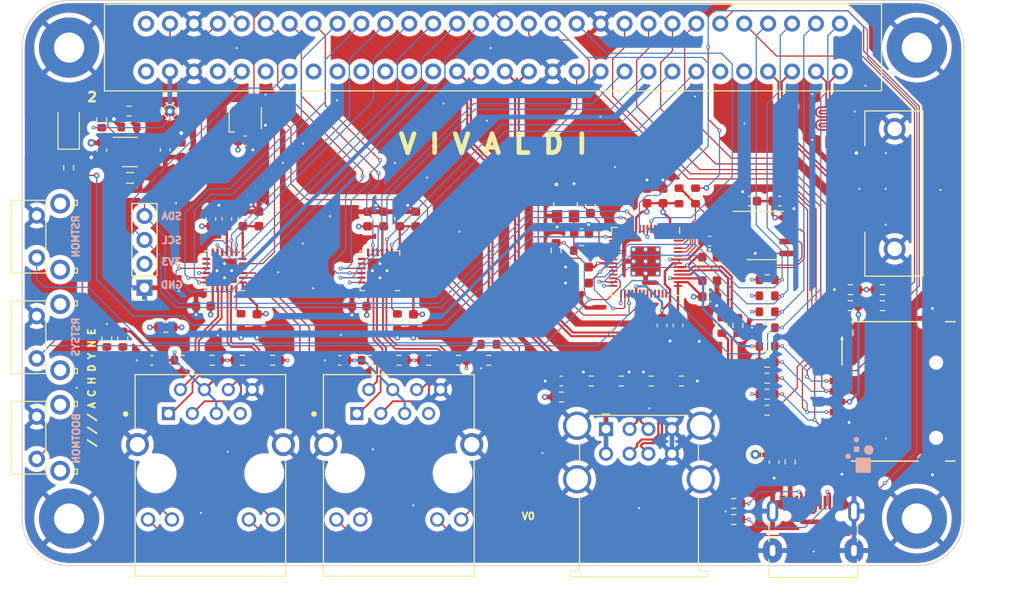
<source format=kicad_pcb>
(kicad_pcb (version 20240108) (generator "pcbnew") (generator_version "8.0")
  (layers (0 "F.Cu" signal) (1 "In1.Cu" signal) (2 "In2.Cu" signal) (31 "B.Cu" signal) (34 "B.Paste" user) (35 "F.Paste" user) (36 "B.SilkS" user "B.Silkscreen") (37 "F.SilkS" user "F.Silkscreen") (38 "B.Mask" user) (39 "F.Mask" user) (44 "Edge.Cuts" user))
  (net 0 "")
  (net 1 "GND")
  (net 2 "/PWR3V3")
  (net 3 "/PWR3V3A")
  (net 4 "/PWR5V0UF")
  (net 5 "Net-(U1-VDDCR)")
  (net 6 "/USBRPC_DP")
  (net 7 "/USBRPC_DN")
  (net 8 "Net-(J2-VBUS1)")
  (net 9 "Net-(Y1-OUT{slash}IN)")
  (net 10 "Net-(U6-VDDCR)")
  (net 11 "/USBRP_DP")
  (net 12 "/USBRP_DN")
  (net 13 "/XIN")
  (net 14 "/SD_MOSI")
  (net 15 "/SD_SS")
  (net 16 "/SD_SCK")
  (net 17 "/SD_MISO")
  (net 18 "Net-(U8-FB)")
  (net 19 "Net-(D1-K)")
  (net 20 "Net-(J1-CC1)")
  (net 22 "Net-(J3-Pad10)")
  (net 23 "Net-(J3-Pad12)")
  (net 24 "Net-(J7-Pad10)")
  (net 25 "Net-(J1-CC2)")
  (net 26 "/XOUT")
  (net 27 "/RP_QSPI_SS")
  (net 28 "/BOOT")
  (net 29 "Net-(J7-Pad12)")
  (net 31 "/ETHA_TXEN")
  (net 32 "/ETHA_CRS_DV")
  (net 33 "/ETHA_RST_N")
  (net 34 "Net-(U8-SW)")
  (net 35 "Net-(U1-RBIAS)")
  (net 36 "/SD_CD")
  (net 37 "Net-(U6-RBIAS)")
  (net 42 "/SWCLK")
  (net 43 "/SWD")
  (net 44 "/RP_QSPI_IO3")
  (net 45 "/RP_QSPI_SCK")
  (net 46 "/RP_QSPI_IO0")
  (net 47 "/RP_QSPI_IO2")
  (net 48 "/RP_QSPI_IO1")
  (net 50 "/PWR5V0")
  (net 51 "/PWR1V1")
  (net 55 "/ETHA_TX0")
  (net 57 "/LED_R")
  (net 59 "/UART_TX")
  (net 60 "/USBH1_N")
  (net 61 "/USBH1_P")
  (net 62 "/USBH0_N")
  (net 63 "/JTAG_TDO")
  (net 64 "/USBH0_P")
  (net 65 "/JTAG_TMS")
  (net 66 "/UART_RX")
  (net 67 "/JTAG_TDI")
  (net 68 "/JTAG_TCK")
  (net 69 "/SYS_RST_N")
  (net 70 "/SYS_CLK48")
  (net 71 "/SYS_PG")
  (net 72 "/SD_D1")
  (net 73 "/SD_D2")
  (net 74 "/ETHA_TX1")
  (net 75 "/ETHA_RX0")
  (net 76 "/ETHA_RX1")
  (net 77 "/ETH_CLK50")
  (net 86 "/EA_TX_P")
  (net 87 "/EA_TX_N")
  (net 91 "/EA_RX_P")
  (net 92 "/PWRIO")
  (net 98 "/DS0_P")
  (net 99 "/DS0_N")
  (net 100 "/DS1_P")
  (net 101 "/DS1_N")
  (net 102 "/DS2_P")
  (net 103 "/DS2_N")
  (net 104 "/EA_RX_N")
  (net 105 "/EA_LED1")
  (net 106 "/EA_LED2")
  (net 107 "/EB_TX_P")
  (net 108 "/EB_TX_N")
  (net 109 "/EB_RX_P")
  (net 110 "/EB_RX_N")
  (net 111 "/EB_LED1")
  (net 112 "/EB_LED2")
  (net 113 "/ETHB_TXEN")
  (net 114 "/ETHB_CRS_DV")
  (net 115 "/ETHB_RST_N")
  (net 116 "/ETHB_TX0")
  (net 117 "/ETHB_TX1")
  (net 118 "/ETHB_RX0")
  (net 119 "/ETHB_RX1")
  (net 120 "/RUN")
  (net 121 "/I2C_SDA")
  (net 133 "/I2C_SCL")
  (footprint "Resistor_SMD:R_0603_1608Metric" (layer "F.Cu") (at 126.6 138.2 180)
    (property "Reference" "R7" (hide yes))
    (property "Value" "49R9")
  )
  (footprint "Capacitor_SMD:C_0603_1608Metric" (layer "F.Cu") (at 136.7 123.2 90)
    (property "Reference" "C23" (hide yes))
    (property "Value" "1uF")
  )
  (footprint "LED_SMD:LED_1206_3216Metric" (layer "F.Cu") (at 104.95 113.5 90)
    (property "Reference" "D1" (hide yes))
    (property "Value" "LED")
  )
  (footprint "Capacitor_SMD:C_0603_1608Metric" (layer "F.Cu") (at 141.55 134.1 -90)
    (property "Reference" "C28" (hide yes))
    (property "Value" "100nF")
  )
  (footprint "Capacitor_SMD:C_0603_1608Metric" (layer "F.Cu") (at 133.725 138.2 180)
    (property "Reference" "C31" (hide yes))
    (property "Value" "22nF")
  )
  (footprint "Resistor_SMD:R_0603_1608Metric" (layer "F.Cu") (at 157.25 142.1)
    (property "Reference" "FB3" (hide yes))
    (property "Value" "Ferrite_Bead")
  )
  (footprint "Button_Switch_THT:SW_Tactile_SPST_Angled_PTS645Vx39-2LFS" (layer "F.Cu") (at 101.5625 138 90)
    (property "Reference" "SW1" (hide yes))
    (property "Value" "RSTSYS")
  )
  (footprint "Resistor_SMD:R_0603_1608Metric" (layer "F.Cu") (at 191.35 132.4)
    (property "Reference" "R36" (hide yes))
    (property "Value" "20K")
  )
  (footprint "Capacitor_SMD:C_0603_1608Metric" (layer "F.Cu") (at 159.4 124.75)
    (property "Reference" "C12" (hide yes))
    (property "Value" "15pF")
  )
  (footprint "Resistor_SMD:R_0603_1608Metric" (layer "F.Cu") (at 175.55 153.4 180)
    (property "Reference" "R1" (hide yes))
    (property "Value" "5K1")
  )
  (footprint "LD-CONNECTORS:HANRUN_HR911105A" (layer "F.Cu") (at 120 150.2 180)
    (property "Reference" "J3" (hide yes))
    (property "Value" "HR911105A")
  )
  (footprint "Capacitor_SMD:C_0603_1608Metric" (layer "F.Cu") (at 177.25 121.3 180)
    (property "Reference" "C26" (hide yes))
    (property "Value" "1uF")
  )
  (footprint "Capacitor_SMD:C_0603_1608Metric" (layer "F.Cu") (at 179.85 149 -90)
    (property "Reference" "C7" (hide yes))
    (property "Value" "4.7uF")
  )
  (footprint "Capacitor_SMD:C_0603_1608Metric" (layer "F.Cu") (at 115.2 115.85 90)
    (property "Reference" "C35" (hide yes))
    (property "Value" "10pF")
  )
  (footprint "Package_SO:SOIC-8_3.9x4.9mm_P1.27mm" (layer "F.Cu") (at 178.9 124.95)
    (property "Reference" "U5" (hide yes))
    (property "Value" "W25Q32JVSS")
  )
  (footprint "Capacitor_SMD:C_0603_1608Metric" (layer "F.Cu") (at 159.4 128.3 180)
    (property "Reference" "C18" (hide yes))
    (property "Value" "100nF")
  )
  (footprint "Resistor_SMD:R_0603_1608Metric" (layer "F.Cu") (at 166.8 140.4 180)
    (property "Reference" "R14" (hide yes))
    (property "Value" "15K")
  )
  (footprint "LD-CONNECTORS:AMPHENOL_SAT3M2132072TR" (layer "F.Cu") (at 192.6425 120.5 90)
    (property "Reference" "J5" (hide yes))
    (property "Value" "SAT3M2132072TR")
  )
  (footprint "Resistor_SMD:R_0603_1608Metric" (layer "F.Cu") (at 115.2625 134.7 180)
    (property "Reference" "FB2" (hide yes))
    (property "Value" "FerriteBead_Small")
  )
  (footprint "Capacitor_SMD:C_0603_1608Metric" (layer "F.Cu") (at 173 127.25)
    (property "Reference" "C15" (hide yes))
    (property "Value" "100nF")
  )
  (footprint "Resistor_SMD:R_0603_1608Metric" (layer "F.Cu") (at 169.75 120.75 90)
    (property "Reference" "R18" (hide yes))
    (property "Value" "10K")
  )
  (footprint "Capacitor_SMD:C_0603_1608Metric" (layer "F.Cu") (at 125.15 123.1875 90)
    (property "Reference" "C5" (hide yes))
    (property "Value" "1uF")
  )
  (footprint "Resistor_SMD:R_0603_1608Metric" (layer "F.Cu") (at 109 135.95 -90)
    (property "Reference" "R10" (hide yes))
    (property "Value" "536R")
  )
  (footprint "Capacitor_SMD:C_0603_1608Metric" (layer "F.Cu") (at 124.95 134.0875 -90)
    (property "Reference" "C4" (hide yes))
    (property "Value" "100nF")
  )
  (footprint "Button_Switch_THT:SW_Tactile_SPST_Angled_PTS645Vx39-2LFS" (layer "F.Cu") (at 101.5625 127.325 90)
    (property "Reference" "SW3" (hide yes))
    (property "Value" "RSTMON")
  )
  (footprint "Resistor_SMD:R_0603_1608Metric" (layer "F.Cu") (at 170 140.4)
    (property "Reference" "R12" (hide yes))
    (property "Value" "15K")
  )
  (footprint "Resistor_SMD:R_0603_1608Metric" (layer "F.Cu") (at 108.4625 112.6875 90)
    (property "Reference" "R50" (hide yes))
    (property "Value" "1K5")
  )
  (footprint "Resistor_SMD:R_0603_1608Metric" (layer "F.Cu") (at 163.625 140.4)
    (property "Reference" "R15" (hide yes))
    (property "Value" "15K")
  )
  (footprint "Resistor_SMD:R_0603_1608Metric" (layer "F.Cu") (at 111.3625 111.7375 180)
    (property "Reference" "R51" (hide yes))
    (property "Value" "200K")
  )
  (footprint "LD-MCUS:RP2040-QFN-56-OFFICIAL" (layer "F.Cu") (at 166.2 127.7 -90)
    (property "Reference" "U4" (hide yes))
    (property "Value" "RP2040")
  )
  (footprint "Capacitor_SMD:C_0603_1608Metric" (layer "F.Cu") (at 180.45 121.3)
    (property "Reference" "C25" (hide yes))
    (property "Value" "100nF")
  )
  (footprint "Resistor_SMD:R_0603_1608Metric" (layer "F.Cu") (at 139.85 134.1 90)
    (property "Reference" "R24" (hide yes))
    (property "Value" "12K1")
  )
  (footprint "Resistor_SMD:R_0603_1608Metric" (layer "F.Cu") (at 146.35 138.2 180)
    (property "Reference" "R26" (hide yes))
    (property "Value" "49R9")
  )
  (footprint "Resistor_SMD:R_0603_1608Metric" (layer "F.Cu") (at 174.3 134.5 90)
    (property "Reference" "R3" (hide yes))
    (property "Value" "27R")
  )
  (footprint "Package_DFN_QFN:QFN-24-1EP_4x4mm_P0.5mm_EP2.6x2.6mm" (layer "F.Cu") (at 121.5 128.6875 180)
    (property "Reference" "U1" (hide yes))
    (property "Value" "LAN8720A")
  )
  (footprint "Capacitor_SMD:C_0603_1608Metric" (layer "F.Cu") (at 167.95 134.5 -90)
    (property "Reference" "C20" (hide yes))
    (property "Value" "100nF")
  )
  (footprint "Resistor_SMD:R_0603_1608Metric" (layer "F.Cu") (at 136.875 138.2)
    (property "Reference" "R27" (hide yes))
    (property "Value" "49R9")
  )
  (footprint "Connector_PinSocket_2.54mm:PinSocket_1x04_P2.54mm_Vertical" (layer "F.Cu") (at 113 130.5 180)
    (property "Reference" "J6" (hide yes))
    (property "Value" "Conn_01x04")
  )
  (footprint "Capacitor_SMD:C_0603_1608Metric" (layer "F.Cu") (at 141.8 123.2 90)
    (property "Reference" "C29" (hide yes))
    (property "Value" "1uF")
  )
  (footprint "LD-CRYSTALS:XTAL_ECS-240-8-33-AGN-TR" (layer "F.Cu") (at 157.7 121.75 -90)
    (property "Reference" "Y1" (hide yes))
    (property "Value" "ECS-80-12-33-JGN-TR-12MHZ")
  )
  (footprint "Capacitor_SMD:C_0603_1608Metric" (layer "F.Cu") (at 108.4625 115.8875 -90)
    (property "Reference" "C34" (hide yes))
    (property "Value" "4.7uF")
  )
  (footprint "Resistor_SMD:R_0603_1608Metric" (layer "F.Cu") (at 181.55 149 -90)
    (property "Reference" "FB1" (hide yes))
    (property "Value" "Ferrite_Bead")
  )
  (footprint "Capacitor_SMD:C_0603_1608Metric" (layer "F.Cu") (at 120.05 123.1875 90)
    (property "Reference" "C1" (hide yes))
    (property "Value" "1uF")
  )
  (footprint "LD-CONNECTORS:USB_C_Receptacle_HRO_TYPE-C-31-M-12-BIG-PADS" (layer "F.Cu") (at 184 157.35)
    (property "Reference" "J1" (hide yes))
    (property "Value" "TYPE-C-31-M-12-FIXED")
  )
  (footprint "LD-CONNECTORS:HANRUN_HR911105A" (layer "F.Cu") (at 140 150.2 180)
    (property "Reference" "J7" (hide yes))
    (property "Value" "HR911105A")
  )
  (footprint "Capacitor_SMD:C_0603_1608Metric" (layer "F.Cu") (at 135.8 132.45 180)
    (property "Reference" "C30" (hide yes))
    (property "Value" "100nF")
  )
  (footprint "Package_TO_SOT_SMD:SOT-23-6" (layer "F.Cu") (at 111.4625 116.0875)
    (property "Reference" "U8" (hide yes))
    (property "Value" "TLV62568DDC")
  )
  (footprint "Resistor_SMD:R_0603_1608Metric" (layer "F.Cu") (at 160.425 140.4 180)
    (property "Reference" "R16" (hide yes))
    (property "Value" "15K")
  )
  (footprint "Resistor_SMD:R_0603_1608Metric" (layer "F.Cu") (at 187.95 130.7 180)
    (property "Reference" "C32" (hide yes))
    (property "Value" "10uF")
  )
  (footprint "Resistor_SMD:R_0603_1608Metric" (layer "F.Cu") (at 104.95 117.75 -90)
    (property "Reference" "R39" (hide yes))
    (property "Value" "536R")
  )
  (footprint "Package_DFN_QFN:QFN-24-1EP_4x4mm_P0.5mm_EP2.6x2.6mm" (layer "F.Cu") (at 138 128.6875 180)
    (property "Reference" "U6" (hide yes))
    (property "Value" "LAN8720A")
  )
  (footprint "Resistor_SMD:R_0603_1608Metric" (layer "F.Cu") (at 179.1 141.8)
    (property "Reference" "R31" (hide yes))
    (property "Value" "20K")
  )
  (footprint "Resistor_SMD:R_0603_1608Metric" (layer "F.Cu") (at 179.1 131.35)
    (property "Reference" "R23" (hide yes))
    (property "Value" "4K7")
  )
  (footprint "Inductor_SMD:L_0805_2012Metric" (layer "F.Cu") (at 111.4625 118.8375)
    (property "Reference" "L1" (hide yes))
    (property "Value" "INDUCTOR")
  )
  (footprint "Resistor_SMD:R_0603_1608Metric" (layer "F.Cu") (at 187.95 132.4 180)
    (property "Reference" "C33" (hide yes))
    (property "Value" "100nF")
  )
  (footprint "Capacitor_SMD:C_0603_1608Metric" (layer "F.Cu") (at 173 125.55)
    (property "Reference" "C17" (hide yes))
    (property "Value" "100nF")
  )
  (footprint "Capacitor_SMD:C_0603_1608Metric" (layer "F.Cu") (at 123.45 123.1875 90)
    (property "Reference" "C3" (hide yes))
    (property "Value" "470pF")
  )
  (footprint "Resistor_SMD:R_0603_1608Metric" (layer "F.Cu") (at 179.1 136.7)
    (property "Reference" "R34" (hide yes))
    (property "Value" "20K")
  )
  (footprint "Capacitor_SMD:C_0603_1608Metric" (layer "F.Cu") (at 166.35 120.75 90)
    (property "Reference" "C16" (hide yes))
    (property "Value" "100nF")
  )
  (footprint "Resistor_SMD:R_0603_1608Metric" (layer "F.Cu") (at 171.5 120.75 -90)
    (property "Reference" "R19" (hide yes))
    (property "Value" "1K")
  )
  (footprint "MountingHole:MountingHole_3.2mm_M3_Pad" (layer "F.Cu") (at 195 105)
    (property "Reference" "H2" (hide yes))
    (property "Value" "MountingHole_Pad")
  )
  (footprint "Resistor_SMD:R_0603_1608Metric" (layer "F.Cu") (at 179.1 138.4)
    (property "Reference" "R33" (hide yes))
    (property "Value" "20K")
  )
  (footprint "Resistor_SMD:R_0603_1608Metric" (layer "F.Cu") (at 175.55 155.1 180)
    (property "Reference" "R4" (hide yes))
    (property "Value" "5K1")
  )
  (footprint "Resistor_SMD:R_0603_1608Metric" (layer "F.Cu") (at 179.1 140.1)
    (property "Reference" "R32" (hide yes))
    (property "Value" "20K")
  )
  (footprint "Resistor_SMD:R_0603_1608Metric" (layer "F.Cu") (at 123.4 138.2)
    (property "Reference" "R6" (hide yes))
    (property "Value" "49R9")
  )
  (footprint "Capacitor_SMD:C_0603_1608Metric" (layer "F.Cu") (at 173 129.75)
    (property "Reference" "C21" (hide yes))
    (property "Value" "1uF")
  )
  (footprint "Resistor_SMD:R_0603_1608Metric" (layer "F.Cu") (at 179.1 129.65)
    (property "Reference" "R20" (hide yes))
    (property "Value" "4K7")
  )
  (footprint "Capacitor_SMD:C_0603_1608Metric" (layer "F.Cu") (at 119.25 132.4375 180)
    (property "Reference" "C6" (hide yes))
    (property "Value" "100nF")
  )
  (footprint "Capacitor_SMD:C_0603_1608Metric" (layer "F.Cu") (at 116.9 115.85 90)
    (property "Reference" "C36" (hide yes))
    (property "Value" "10uF")
  )
  (footprint "MountingHole:MountingHole_3.2mm_M3_Pad" (layer "F.Cu") (at 105 105)
    (property "Reference" "H1" (hide yes))
    (property "Value" "MountingHole_Pad")
  )
  (footprint "MountingHole:MountingHole_3.2mm_M3_Pad" (layer "F.Cu") (at 105 155)
    (property "Reference" "H3" (hide yes))
    (property "Value" "MountingHole_Pad")
  )
  (footprint "Capacitor_SMD:C_0603_1608Metric" (layer "F.Cu") (at 169.65 134.5 -90)
    (property "Reference" "C22" (hide yes))
    (property "Value" "100nF")
  )
  (footprint "Resistor_SMD:R_0603_1608Metric" (layer "F.Cu") (at 143.175 138.2)
    (property "Reference" "R25" (hide yes))
    (property "Value" "49R9")
  )
  (footprint "Resistor_SMD:R_0603_1608Metric" (layer "F.Cu") (at 176 134.5 90)
    (property "Reference" "R2" (hide yes))
    (property "Value" "27R")
  )
  (footprint "Resistor_SMD:R_0603_1608Metric" (layer "F.Cu") (at 123.25 134.0875 90)
    (property "Reference" "R5" (hide yes))
    (property "Value" "12K1")
  )
  (footprint "Resistor_SMD:R_0603_1608Metric" (layer "F.Cu") (at 110.7 135.95 -90)
    (property "Reference" "R11" (hide yes))
    (property "Value" "536R")
  )
  (footprint "Capacitor_SMD:C_0603_1608Metric" (layer "F.Cu") (at 159.4 130 180)
    (property "Reference" "C19" (hide yes))
    (property "Value" "100nF")
  )
  (footprint "Resistor_SMD:R_0603_1608Metric" (layer "F.Cu") (at 117 138.2)
    (property "Reference" "R8" (hide yes))
    (property "Value" "49R9")
  )
  (footprint "Resistor_SMD:R_0603_1608Metric" (layer "F.Cu") (at 111.3625 113.4375 180)
    (property "Reference" "R52" (hide yes))
    (property "Value" "44K2")
  )
  (footprint "Resistor_SMD:R_0603_1608Metric" (layer "F.Cu") (at 159.4 126.55)
    (property "Reference" "R17" (hide yes))
    (property "Value" "1K")
  )
  (footprint "Resistor_SMD:R_0603_1608Metric" (layer "F.Cu") (at 179.1 133.05)
    (property "Reference" "R22" (hide yes))
    (property "Value" "4K7")
  )
  (footprint "Resistor_SMD:R_0603_1608Metric" (layer "F.Cu") (at 120.2 138.2 180)
    (property "Reference" "R9" (hide yes))
    (property "Value" "49R9")
  )
  (footprint "Resistor_SMD:R_0603_1608Metric" (layer "F.Cu") (at 179.1 134.75)
    (property "Reference" "R21" (hide yes))
    (property "Value" "4K7")
  )
  (footprint "LD-EDGE:MACHDYNE_EDGE_SOCKET_60P" (layer "F.Cu") (at 150 105 90)
    (property "Reference" "U2" (hide yes))
    (property "Value" "MACHDYNE-MODULE-60P")
  )
  (footprint "Capacitor_SMD:C_0603_1608Metric" (layer "F.Cu") (at 140.1 123.2 90)
    (property "Reference" "C27" (hide yes))
    (property "Value" "470pF")
  )
  (footprint "Capacitor_SMD:C_0603_1608Metric" (layer "F.Cu") (at 138.4 123.2 90)
    (property "Reference" "C24" (hide yes))
    (property "Value" "100nF")
  )
  (footprint "Oscillator:Oscillator_SMD_Kyocera_KC2520Z-4Pin_2.5x2.0mm" (layer "F.Cu") (at 123.7 112.5 90)
    (property "Reference" "U3" (hide yes))
    (property "Value" "50MHz")
  )
  (footprint "Resistor_SMD:R_0603_1608Metric" (layer "F.Cu") (at 149.55 136.5)
    (property "Reference" "R30" (hide yes))
    (property "Value" "536R")
  )
  (footprint "LD-SDCARD:SDCARD" (layer "F.Cu") (at 197.05 141.5 90)
    (property "Reference" "J4" (hide yes))
    (property "Value" "MICROSD")
  )
  (footprint "Capacitor_SMD:C_0603_1608Metric" (layer "F.Cu") (at 123.7 114.9)
    (property "Reference" "C9" (hide yes))
    (property "Value" "10nF")
  )
  (footprint "Resistor_SMD:R_0603_1608Metric" (layer "F.Cu") (at 156.7 126.55 90)
    (property "Reference" "R35" (hide yes))
    (property "Value" "10K")
  )
  (footprint "Capacitor_SMD:C_0603_1608Metric" (layer "F.Cu") (at 113.775 138.2 180)
    (property "Reference" "C8" (hide yes))
    (property "Value" "22nF")
  )
  (footprint "Capacitor_SMD:C_0603_1608Metric" (layer "F.Cu") (at 173 131.45)
    (property "Reference" "C13" (hide yes))
    (property "Value" "1uF")
  )
  (footprint "Capacitor_SMD:C_0603_1608Metric" (layer "F.Cu") (at 160.35 121.8 -90)
    (property "Reference" "C11" (hide yes))
    (property "Value" "15pF")
  )
  (footprint "Resistor_SMD:R_0603_1608Metric" (layer "F.Cu") (at 149.55 138.2)
    (property "Reference" "R29" (hide yes))
    (property "Value" "536R")
  )
  (footprint "TestPoint:TestPoint_THTPad_D1.0mm_Drill0.5mm" (layer "F.Cu") (at 177.85 148.2)
    (property "Reference" "TP1" (hide yes))
    (property "Value" "TP_PWR5V0")
  )
  (footprint "TestPoint:TestPoint_THTPad_D1.0mm_Drill0.5mm" (layer "F.Cu") (at 115.7 111.75)
    (property "Reference" "TP2" (hide yes))
    (property "Value" "TP_PWR3V3")
  )
  (footprint "Resistor_SMD:R_0603_1608Metric" (layer "F.Cu") (at 191.35 130.7)
    (property "Reference" "R37" (hide yes))
    (property "Value" "20K")
  )
  (footprint "Resistor_SMD:R_0603_1608Metric" (layer "F.Cu") (at 179.1 143.5)
    (property "Reference" "R13" (hide yes))
    (property "Value" "20K")
  )
  (footprint "Capacitor_SMD:C_0603_1608Metric" (layer "F.Cu") (at 121.75 123.1875 90)
    (property "Reference" "C2" (hide yes))
    (property "Value" "100nF")
  )
  (footprint "Resistor_SMD:R_0603_1608Metric" (layer "F.Cu") (at 140.025 138.2 180)
    (property "Reference" "R28" (hide yes))
    (property "Value" "49R9")
  )
  (footprint "Capacitor_SMD:C_0603_1608Metric" (layer "F.Cu") (at 157.25 140.4 180)
    (property "Reference" "C10" (hide yes))
    (property "Value" "4.7uF")
  )
  (footprint "Capacitor_SMD:C_0603_1608Metric" (layer "F.Cu") (at 168.05 120.75 90)
    (property "Reference" "C14" (hide yes))
    (property "Value" "100nF")
  )
  (footprint "Connector_USB:USB_A_Wuerth_61400826021_Horizontal_Stacked" (layer "F.Cu") (at 162 145.5)
    (property "Reference" "J2" (hide yes))
    (property "Value" "USB_A_Stacked")
  )
  (footprint "MountingHole:MountingHole_3.2mm_M3_Pad" (layer "F.Cu") (at 195 155)
    (property "Reference" "H4" (hide yes))
    (property "Value" "MountingHole_Pad")
  )
  (footprint "Button_Switch_THT:SW_Tactile_SPST_Angled_PTS645Vx39-2LFS" (layer "F.Cu") (at 101.5625 148.675 90)
    (property "Reference" "SW2" (hide yes))
    (property "Value" "BOOT")
  )
  (footprint "LD-LOGO:ld-kicad" (layer "B.Cu") (at 189.05 148.3 180)
    (property "Reference" "G***" (hide yes))
    (property "Value" "LOGO")
  )
  (gr_arc (start 195 100) (mid 198.535534 101.464466) (end 200 105) (stroke (width 0.1)) (layer "Edge.Cuts"))
  (gr_line (start 195 160) (end 105 160) (stroke (width 0.1)) (layer "Edge.Cuts"))
  (gr_arc (start 200 155) (mid 198.535534 158.535534) (end 195 160) (stroke (width 0.1)) (layer "Edge.Cuts"))
  (gr_arc (start 105 160) (mid 101.464466 158.535534) (end 100 155) (stroke (width 0.1)) (layer "Edge.Cuts"))
  (gr_arc (start 100 105) (mid 101.464466 101.464466) (end 105 100) (stroke (width 0.1)) (layer "Edge.Cuts"))
  (gr_line (start 100 155) (end 100 105) (stroke (width 0.1)) (layer "Edge.Cuts"))
  (gr_line (start 200 105) (end 200 155) (stroke (width 0.1)) (layer "Edge.Cuts"))
  (gr_line (start 105 100) (end 195 100) (stroke (width 0.1)) (layer "Edge.Cuts"))
  (gr_text "RSTMON" (at 105.7 125.05 90) (layer "B.SilkS") (effects (font (size 0.75 0.75) (thickness 0.1875)) (justify mirror)))
  (gr_text "RSTSYS" (at 105.7 135.725001 90) (layer "B.SilkS") (effects (font (size 0.75 0.75) (thickness 0.1875)) (justify mirror)))
  (gr_text "GND" (at 115.9 130.2 0) (layer "B.SilkS") (effects (font (size 0.75 0.75) (thickness 0.1875)) (justify mirror)))
  (gr_text "3V3" (at 115.85 127.75 0) (layer "B.SilkS") (effects (font (size 0.75 0.75) (thickness 0.1875)) (justify mirror)))
  (gr_text "BOOTMON" (at 105.75 146.5 90) (layer "B.SilkS") (effects (font (size 0.75 0.75) (thickness 0.1875)) (justify mirror)))
  (gr_text "SDA" (at 115.9 122.9 0) (layer "B.SilkS") (effects (font (size 0.75 0.75) (thickness 0.1875)) (justify mirror)))
  (gr_text "SCL" (at 115.9 125.45 0) (layer "B.SilkS") (effects (font (size 0.75 0.75) (thickness 0.1875)) (justify mirror)))
  (gr_text "2" (at 107.45 110.25 0) (layer "F.SilkS") (effects (font (size 1 1) (thickness 0.25))))
  (gr_text "V0" (at 153.75 154.75 0) (layer "F.SilkS") (effects (font (size 0.75 0.75) (thickness 0.1875))))
  (gr_text "V I V A L D I" (at 150 115.25 0) (layer "F.SilkS") (effects (font (size 2 2) (thickness 0.5))))
  (gr_text "/ / / A C H D Y N E" (at 107.4 141.1 90) (layer "F.SilkS") (effects (font (size 0.75 0.75) (thickness 0.1875))))
  (segment (start 173.775 127.225) (end 173 126.45) (width 0.25) (layer "F.Cu") (net 1))
  (segment (start 166.35 119.975) (end 166.35 119.05) (width 0.25) (layer "F.Cu") (net 1))
  (segment (start 187.25 153.305) (end 187.405 153.305) (width 0.5) (layer "F.Cu") (net 1))
  (segment (start 176.425 126.855) (end 177.845 126.855) (width 0.125) (layer "F.Cu") (net 1))
  (segment (start 164.45 140.4) (end 164.45 139.45) (width 0.5) (layer "F.Cu") (net 1))
  (segment (start 169.65 135.275) (end 169.65 135.3) (width 0.5) (layer "F.Cu") (net 1))
  (segment (start 121.075 121.7375) (end 121.75 122.4125) (width 0.25) (layer "F.Cu") (net 1))
  (segment (start 109.7625 112.6625) (end 110.5375 113.4375) (width 0.5) (layer "F.Cu") (net 1))
  (segment (start 177.845 126.855) (end 177.85 126.85) (width 0.125) (layer "F.Cu") (net 1))
  (segment (start 176.475 120.325) (end 176.5 120.3) (width 0.25) (layer "F.Cu") (net 1))
  (segment (start 173.775 125.55) (end 173.775 125.675) (width 0.25) (layer "F.Cu") (net 1))
  (segment (start 181.225 121.375) (end 181.95 122.1) (width 0.25) (layer "F.Cu") (net 1))
  (segment (start 196.65 133.75) (end 196.65 132.7) (width 0.5) (layer "F.Cu") (net 1))
  (segment (start 124.625 113.225) (end 125.825 113.225) (width 0.25) (layer "F.Cu") (net 1))
  (segment (start 124.3 121.6875) (end 124.175 121.6875) (width 0.25) (layer "F.Cu") (net 1))
  (segment (start 140.95 121.75) (end 140.775 121.75) (width 0.25) (layer "F.Cu") (net 1))
  (segment (start 124.475 115.825) (end 124.5 115.85) (width 0.25) (layer "F.Cu") (net 1))
  (segment (start 160.15 123.8) (end 160.15 124.725) (width 0.25) (layer "F.Cu") (net 1))
  (segment (start 141.125 121.75) (end 141.8 122.425) (width 0.25) (layer "F.Cu") (net 1))
  (segment (start 173.775 125.675) (end 173 126.45) (width 0.25) (layer "F.Cu") (net 1))
  (segment (start 186.55 144.8) (end 187.8 144.8) (width 0.5) (layer "F.Cu") (net 1))
  (segment (start 124.425 121.6875) (end 125.15 122.4125) (width 0.25) (layer "F.Cu") (net 1))
  (segment (start 174.7 154.25) (end 174.7 155.075) (width 0.125) (layer "F.Cu") (net 1))
  (segment (start 109.7625 112.5875) (end 109.7625 112.6625) (width 0.5) (layer "F.Cu") (net 1))
  (segment (start 196.65 150.35) (end 196.65 149.25) (width 0.5) (layer "F.Cu") (net 1))
  (segment (start 159.025 121.025) (end 158.6 120.6) (width 0.25) (layer "F.Cu") (net 1))
  (segment (start 123.25 134.9125) (end 123.25 135.7875) (width 0.25) (layer "F.Cu") (net 1))
  (segment (start 116.9 115.075) (end 116.9 114.075) (width 0.5) (layer "F.Cu") (net 1))
  (segment (start 118.475 132.4375) (end 118.475 133.35) (width 0.25) (layer "F.Cu") (net 1))
  (segment (start 120.9 121.7375) (end 120.725 121.7375) (width 0.25) (layer "F.Cu") (net 1))
  (segment (start 173.75 131.475) (end 173.775 131.45) (width 0.5) (layer "F.Cu") (net 1))
  (segment (start 159.6 140.4) (end 159.6 139.45) (width 0.5) (layer "F.Cu") (net 1))
  (segment (start 180.595 153.305) (end 179.68 154.22) (width 0.5) (layer "F.Cu") (net 1))
  (segment (start 124.3 121.6875) (end 124.425 121.6875) (width 0.25) (layer "F.Cu") (net 1))
  (segment (start 173.775 131.45) (end 173.775 129.75) (width 0.5) (layer "F.Cu") (net 1))
  (segment (start 124.475 114.9) (end 124.475 115.825) (width 0.25) (layer "F.Cu") (net 1))
  (segment (start 121.75 122.4125) (end 123.45 122.4125) (width 0.25) (layer "F.Cu") (net 1))
  (segment (start 110.325 116.0875) (end 109.0375 116.0875) (width 0.5) (layer "F.Cu") (net 1))
  (segment (start 158.6 120.6) (end 158.6 119.45) (width 0.25) (layer "F.Cu") (net 1))
  (segment (start 158.625 128.3) (end 157.7 128.3) (width 0.25) (layer "F.Cu") (net 1))
  (segment (start 137.55 121.75) (end 137.725 121.75) (width 0.25) (layer "F.Cu") (net 1))
  (segment (start 132.95 138.2) (end 132.15 138.2) (width 0.25) (layer "F.Cu") (net 1))
  (segment (start 165.975 139.45) (end 165.975 140.4) (width 0.5) (layer "F.Cu") (net 1))
  (segment (start 140.95 121.75) (end 141.125 121.75) (width 0.25) (layer "F.Cu") (net 1))
  (segment (start 187.125 130.7) (end 187.125 132.4) (width 0.25) (layer "F.Cu") (net 1))
  (segment (start 174.7 154.25) (end 174.7 153.425) (width 0.125) (layer "F.Cu") (net 1))
  (segment (start 187.405 153.305) (end 188.32 154.22) (width 0.5) (layer "F.Cu") (net 1))
  (segment (start 156.8 122.9) (end 156.8 124.05) (width 0.25) (layer "F.Cu") (net 1))
  (segment (start 178.275 134.75) (end 177.5 134.75) (width 0.125) (layer "F.Cu") (net 1))
  (segment (start 173.775 127.25) (end 173.775 127.225) (width 0.25) (layer "F.Cu") (net 1))
  (segment (start 179.85 149.775) (end 179.85 150.7) (width 0.5) (layer "F.Cu") (net 1))
  (segment (start 125.825 113.225) (end 125.85 113.25) (width 0.25) (layer "F.Cu") (net 1))
  (segment (start 160.15 124.725) (end 160.175 124.75) (width 0.25) (layer "F.Cu") (net 1))
  (segment (start 109.0375 116.0875) (end 108.4625 116.6625) (width 0.5) (layer "F.Cu") (net 1))
  (segment (start 160.35 121.025) (end 159.025 121.025) (width 0.25) (layer "F.Cu") (net 1))
  (segment (start 176.475 121.3) (end 176.475 120.325) (width 0.25) (layer "F.Cu") (net 1))
  (segment (start 174.7 155.075) (end 174.725 155.1) (width 0.125) (layer "F.Cu") (net 1))
  (segment (start 120.9 121.7375) (end 121.075 121.7375) (width 0.25) (layer "F.Cu") (net 1))
  (segment (start 139.85 134.925) (end 139.85 135.8) (width 0.25) (layer "F.Cu") (net 1))
  (segment (start 120.725 121.7375) (end 120.05 122.4125) (width 0.25) (layer "F.Cu") (net 1))
  (segment (start 187.05 150.3) (end 187.05 149.25) (width 0.5) (layer "F.Cu") (net 1))
  (segment (start 158.625 130) (end 157.7 130) (width 0.25) (layer "F.Cu") (net 1))
  (segment (start 187.05 134.65) (end 187.05 135.95) (width 0.5) (layer "F.Cu") (net 1))
  (segment (start 109 135.125) (end 109 134.35) (width 0.25) (layer "F.Cu") (net 1))
  (segment (start 140.775 121.75) (end 140.1 122.425) (width 0.25) (layer "F.Cu") (net 1))
  (segment (start 168.05 119.975) (end 168.05 119.05) (width 0.25) (layer "F.Cu") (net 1))
  (segment (start 107.35 116.6625) (end 108.4625 116.6625) (width 0.5) (layer "F.Cu") (net 1))
  (segment (start 137.725 121.75) (end 138.4 122.425) (width 0.25) (layer "F.Cu") (net 1))
  (segment (start 113 138.2) (end 112.175 138.2) (width 0.25) (layer "F.Cu") (net 1))
  (segment (start 167.95 135.275) (end 167.95 135.3) (width 0.5) (layer "F.Cu") (net 1))
  (segment (start 137.55 121.75) (end 137.375 121.75) (width 0.25) (layer "F.Cu") (net 1))
  (segment (start 156.475 140.4) (end 155.55 140.4) (width 0.5) (layer "F.Cu") (net 1))
  (segment (start 170.825 140.4) (end 171.7 140.4) (width 0.5) (layer "F.Cu") (net 1))
  (segment (start 124.175 121.6875) (end 123.45 122.4125) (width 0.25) (layer "F.Cu") (net 1))
  (segment (start 187.125 130.7) (end 186.25 130.7) (width 0.25) (layer "F.Cu") (net 1))
  (segment (start 137.375 121.75) (end 136.7 122.425) (width 0.25) (layer "F.Cu") (net 1))
  (segment (start 173.75 132.4) (end 173.75 131.475) (width 0.5) (layer "F.Cu") (net 1))
  (segment (start 181.225 121.3) (end 181.225 121.375) (width 0.25) (layer "F.Cu") (net 1))
  (segment (start 124.95 134.8625) (end 124.95 135.7875) (width 0.25) (layer "F.Cu") (net 1))
  (segment (start 174.7 153.425) (end 174.725 153.4) (width 0.125) (layer "F.Cu") (net 1))
  (segment (start 180.75 153.305) (end 180.595 153.305) (width 0.5) (layer "F.Cu") (net 1))
  (segment (start 162.7625 126.7) (end 163.55 126.7) (width 0.25) (layer "F.Cu") (net 1))
  (segment (start 135.025 132.45) (end 135.025 133.4) (width 0.25) (layer "F.Cu") (net 1))
  (segment (start 141.55 134.875) (end 141.55 135.8) (width 0.25) (layer "F.Cu") (net 1))
  (segment (start 148.725 138.2) (end 148.725 139.05) (width 0.25) (layer "F.Cu") (net 1))
  (segment (start 169.65 135.3) (end 168.8 136.15) (width 0.5) (layer "F.Cu") (net 1))
  (segment (start 167.95 135.3) (end 168.8 136.15) (width 0.5) (layer "F.Cu") (net 1))
  (via (at 165.975 139.45) (size 0.6) (drill 0.3) (layers "F.Cu" "B.Cu") (net 1))
  (via (at 183.9 109.95) (size 0.4) (drill 0.2) (layers "F.Cu" "B.Cu") (net 1))
  (via (at 155.55 140.4) (size 0.6) (drill 0.3) (layers "F.Cu" "B.Cu") (net 1))
  (via (at 144.75 110.95) (size 0.4) (drill 0.2) (layers "F.Cu" "B.Cu") (net 1))
  (via (at 188.4 111.8) (size 0.4) (drill 0.2) (layers "F.Cu" "B.Cu") (net 1))
  (via (at 129.85 115.2) (size 0.4) (drill 0.2) (layers "F.Cu" "B.Cu") (net 1))
  (via (at 116.65 130.85) (size 0.4) (drill 0.2) (layers "F.Cu" "B.Cu") (net 1))
  (via (at 184.05 158.5) (size 0.4) (drill 0.2) (layers "F.Cu" "B.Cu") (net 1))
  (via (at 177.85 126.85) (size 0.6) (drill 0.3) (layers "F.Cu" "B.Cu") (net 1))
  (via (at 129.8 125.8) (size 0.4) (drill 0.2) (layers "F.Cu" "B.Cu") (net 1))
  (via (at 109 134.35) (size 0.4) (drill 0.2) (layers "F.Cu" "B.Cu") (net 1))
  (via (at 164.45 139.45) (size 0.6) (drill 0.3) (layers "F.Cu" "B.Cu") (net 1))
  (via (at 174.7 154.25) (size 0.4) (drill 0.2) (layers "F.Cu" "B.Cu") (net 1))
  (via (at 121.85 147.9) (size 0.4) (drill 0.2) (layers "F.Cu" "B.Cu") (net 1))
  (via (at 121.5 129.4375) (size 0.6) (drill 0.3) (layers "F.Cu" "B.Cu") (net 1))
  (via (at 181.95 122.1) (size 0.6) (drill 0.3) (layers "F.Cu" "B.Cu") (net 1))
  (via (at 173 126.45) (size 0.6) (drill 0.3) (layers "F.Cu" "B.Cu") (net 1))
  (via (at 196.65 150.35) (size 0.6) (drill 0.3) (layers "F.Cu" "B.Cu") (net 1))
  (via (at 156.8 124.05) (size 0.6) (drill 0.3) (layers "F.Cu" "B.Cu") (net 1))
  (via (at 191.7 146.5) (size 0.4) (drill 0.2) (layers "F.Cu" "B.Cu") (net 1))
  (via (at 123.25 135.7875) (size 0.6) (drill 0.3) (layers "F.Cu" "B.Cu") (net 1))
  (via (at 127.2 128.85) (size 0.4) (drill 0.2) (layers "F.Cu" "B.Cu") (net 1))
  (via (at 187.8 144.8) (size 0.6) (drill 0.3) (layers "F.Cu" "B.Cu") (net 1))
  (via (at 138 129.4375) (size 0.6) (drill 0.3) (layers "F.Cu" "B.Cu") (net 1))
  (via (at 133.45 110.6) (size 0.4) (drill 0.2) (layers "F.Cu" "B.Cu") (net 1))
  (via (at 127.7 117.25) (size 0.4) (drill 0.2) (layers "F.Cu" "B.Cu") (net 1))
  (via (at 143 118.8) (size 0.4) (drill 0.2) (layers "F.Cu" "B.Cu") (net 1))
  (via (at 112.175 138.2) (size 0.4) (drill 0.2) (layers "F.Cu" "B.Cu") (net 1))
  (via (at 165.5 153.9) (size 0.4) (drill 0.2) (layers "F.Cu" "B.Cu") (net 1))
  (via (at 160.15 123.8) (size 0.6) (drill 0.3) (layers "F.Cu" "B.Cu") (net 1))
  (via (at 189.55 109.05) (size 0.4) (drill 0.2) (layers "F.Cu" "B.Cu") (net 1))
  (via (at 166.6 143.3) (size 0.4) (drill 0.2) (layers "F.Cu" "B.Cu") (net 1))
  (via (at 132.7 122.9) (size 0.4) (drill 0.2) (layers "F.Cu" "B.Cu") (net 1))
  (via (at 135.025 133.4) (size 0.6) (drill 0.3) (layers "F.Cu" "B.Cu") (net 1))
  (via (at 176.7 113.05) (size 0.4) (drill 0.2) (layers "F.Cu" "B.Cu") (net 1))
  (via (at 107.35 116.6625) (size 0.8) (drill 0.4) (layers "F.Cu" "B.Cu") (net 1))
  (via (at 176.5 120.3) (size 0.6) (drill 0.3) (layers "F.Cu" "B.Cu") (net 1))
  (via (at 138 127.9375) (size 0.6) (drill 0.3) (layers "F.Cu" "B.Cu") (net 1))
  (via (at 122.8 105.05) (size 0.4) (drill 0.2) (layers "F.Cu" "B.Cu") (net 1))
  (via (at 155.25 148.05) (size 0.4) (drill 0.2) (layers "F.Cu" "B.Cu") (net 1))
  (via (at 162.95 117.7) (size 0.4) (drill 0.2) (layers "F.Cu" "B.Cu") (net 1))
  (via (at 186.25 130.7) (size 0.6) (drill 0.3) (layers "F.Cu" "B.Cu") (net 1))
  (via (at 161.4 112.35) (size 0.4) (drill 0.2) (layers "F.Cu" "B.Cu") (net 1))
  (via (at 133.85 135.5) (size 0.4) (drill 0.2) (layers "F.Cu" "B.Cu") (net 1))
  (via (at 157.7 128.3) (size 0.6) (drill 0.3) (layers "F.Cu" "B.Cu") (net 1))
  (via (at 191.7 120) (size 0.4) (drill 0.2) (layers "F.Cu" "B.Cu") (net 1))
  (via (at 137.55 121.75) (size 0.6) (drill 0.3) (layers "F.Cu" "B.Cu") (net 1))
  (via (at 196.65 132.7) (size 0.6) (drill 0.3) (layers "F.Cu" "B.Cu") (net 1))
  (via (at 124.5 115.85) (size 0.6) (drill 0.3) (layers "F.Cu" "B.Cu") (net 1))
  (via (at 139.6 117.25) (size 0.4) (drill 0.2) (layers "F.Cu" "B.Cu") (net 1))
  (via (at 120.7 128.6875) (size 0.6) (drill 0.3) (layers "F.Cu" "B.Cu") (net 1))
  (via (at 146.45 124.55) (size 0.4) (drill 0.2) (layers "F.Cu" "B.Cu") (net 1))
  (via (at 137.25 147.65) (size 0.4) (drill 0.2) (layers "F.Cu" "B.Cu") (net 1))
  (via (at 124.95 135.7875) (size 0.6) (drill 0.3) (layers "F.Cu" "B.Cu") (net 1))
  (via (at 119 154.4) (size 0.4) (drill 0.2) (layers "F.Cu" "B.Cu") (net 1))
  (via (at 187.05 135.95) (size 0.6) (drill 0.3) (layers "F.Cu" "B.Cu") (net 1))
  (via (at 188.9 120) (size 0.4) (drill 0.2) (layers "F.Cu" "B.Cu") (net 1))
  (via (at 141.55 135.8) (size 0.6) (drill 0.3) (layers "F.Cu" "B.Cu") (net 1))
  (via (at 149.35 112.75) (size 0.4) (drill 0.2) (layers "F.Cu" "B.Cu") (net 1))
  (via (at 141.55 153.6) (size 0.4) (drill 0.2) (layers "F.Cu" "B.Cu") (net 1))
  (via (at 148.725 139.05) (size 0.4) (drill 0.2) (layers "F.Cu" "B.Cu") (net 1))
  (via (at 140.95 121.75) (size 0.6) (drill 0.3) (layers "F.Cu" "B.Cu") (net 1))
  (via (at 177.5 134.75) (size 0.4) (drill 0.2) (layers "F.Cu" "B.Cu") (net 1))
  (via (at 125.85 110) (size 0.4) (drill 0.2) (layers "F.Cu" "B.Cu") (net 1))
  (via (at 116.35 121.5) (size 0.4) (drill 0.2) (layers "F.Cu" "B.Cu") (net 1))
  (via (at 168.8 136.15) (size 0.6) (drill 0.3) (layers "F.Cu" "B.Cu") (net 1))
  (via (at 171.7 140.4) (size 0.6) (drill 0.3) (layers "F.Cu" "B.Cu") (net 1))
  (via (at 158.6 119.45) (size 0.6) (drill 0.3) (layers "F.Cu" "B.Cu") (net 1))
  (via (at 124.3 121.6875) (size 0.6) (drill 0.3) (layers "F.Cu" "B.Cu") (net 1))
  (via (at 109.7625 112.5875) (size 0.8) (drill 0.4) (layers "F.Cu" "B.Cu") (net 1))
  (via (at 191.7 123.8) (size 0.4) (drill 0.2) (layers "F.Cu" "B.Cu") (net 1))
  (via (at 191.7 116.2) (size 0.4) (drill 0.2) (layers "F.Cu" "B.Cu") (net 1))
  (via (at 171.9 136.2) (size 0.6) (drill 0.3) (layers "F.Cu" "B.Cu") (net 1))
  (via (at 159.6 139.45) (size 0.6) (drill 0.3) (layers "F.Cu" "B.Cu") (net 1))
  (via (at 187.05 150.3) (size 0.6) (drill 0.3) (layers "F.Cu" "B.Cu") (net 1))
  (via (at 197.5 120.1) (size 0.4) (drill 0.2) (layers "F.Cu" "B.Cu") (net 1))
  (via (at 168.05 119.05) (size 0.6) (drill 0.3) (layers "F.Cu" "B.Cu") (net 1))
  (via (at 121.5 127.9375) (size 0.6) (drill 0.3) (layers "F.Cu" "B.Cu") (net 1))
  (via (at 166.35 119.05) (size 0.6) (drill 0.3) (layers "F.Cu" "B.Cu") (net 1))
  (via (at 137.2 128.6875) (size 0.6) (drill 0.3) (layers "F.Cu" "B.Cu") (net 1))
  (via (at 163.55 126.7) (size 0.4) (drill 0.2) (layers "F.Cu" "B.Cu") (net 1))
  (via (at 183.9 114.8) (size 0.4) (drill 0.2) (layers "F.Cu" "B.Cu") (net 1))
  (via (at 130.9 130.55) (size 0.4) (drill 0.2) (layers "F.Cu" "B.Cu") (net 1))
  (via (at 132.15 138.2) (size 0.4) (drill 0.2) (layers "F.Cu" "B.Cu") (net 1))
  (via (at 105.8 141.1) (size 0.4) (drill 0.2) (layers "F.Cu" "B.Cu") (net 1))
  (via (at 116.9 114.075) (size 0.8) (drill 0.4) (layers "F.Cu" "B.Cu") (net 1))
  (via (at 149.75 105.05) (size 0.4) (drill 0.2) (layers "F.Cu" "B.Cu") (net 1))
  (via (at 118.475 133.35) (size 0.6) (drill 0.3) (layers "F.Cu" "B.Cu") (net 1))
  (via (at 120.9 121.7375) (size 0.6) (drill 0.3) (layers "F.Cu" "B.Cu") (net 1))
  (via (at 139.85 135.8) (size 0.6) (drill 0.3) (layers "F.Cu" "B.Cu") (net 1))
  (via (at 120.8 135.55) (size 0.4) (drill 0.2) (layers "F.Cu" "B.Cu") (net 1))
  (via (at 173.75 132.4) (size 0.6) (drill 0.3) (layers "F.Cu" "B.Cu") (net 1))
  (via (at 122.25 128.6875) (size 0.6) (drill 0.3) (layers "F.Cu" "B.Cu") (net 1))
  (via (at 157.7 130) (size 0.6) (drill 0.3) (layers "F.Cu" "B.Cu") (net 1))
  (via (at 179.85 150.7) (size 0.6) (drill 0.3) (layers "F.Cu" "B.Cu") (net 1))
  (via (at 171.45 110.2) (size 0.4) (drill 0.2) (layers "F.Cu" "B.Cu") (net 1))
  (via (at 125.85 113.25) (size 0.6) (drill 0.3) (layers "F.Cu" "B.Cu") (net 1))
  (via (at 138.75 128.6875) (size 0.6) (drill 0.3) (layers "F.Cu" "B.Cu") (net 1))
  (segment (start 169 145.5) (end 169 148.12) (width 0.5) (layer "B.Cu") (net 1))
  (segment (start 186.55 142.6) (end 187.85 142.6) (width 0.25) (layer "F.Cu") (net 2))
  (segment (start 178.275 138.4) (end 178.275 140.1) (width 0.25) (layer "F.Cu") (net 2))
  (segment (start 178.275 140.1) (end 178.275 141.8) (width 0.25) (layer "F.Cu") (net 2))
  (segment (start 189.65 130.7) (end 188.775 130.7) (width 0.25) (layer "F.Cu") (net 2))
  (segment (start 178.275 136.7) (end 178.275 138.4) (width 0.25) (layer "F.Cu") (net 2))
  (segment (start 177.5 136.7) (end 178.275 136.7) (width 0.125) (layer "F.Cu") (net 2))
  (segment (start 190.525 130.7) (end 190.525 132.4) (width 0.25) (layer "F.Cu") (net 2))
  (segment (start 107.6 113.5) (end 108.45 113.5) (width 0.125) (layer "F.Cu") (net 2))
  (segment (start 170.4 128.3) (end 170.6 128.1) (width 0.25) (layer "F.Cu") (net 2))
  (segment (start 170.75 128.1) (end 170.6 128.1) (width 0.25) (layer "F.Cu") (net 2))
  (segment (start 189.65 130.7) (end 190.525 130.7) (width 0.25) (layer "F.Cu") (net 2))
  (segment (start 169.6375 128.3) (end 170.4 128.3) (width 0.25) (layer "F.Cu") (net 2))
  (segment (start 171.6 127.25) (end 170.75 128.1) (width 0.25) (layer "F.Cu") (net 2))
  (segment (start 188.775 133.325) (end 188.8 133.35) (width 0.25) (layer "F.Cu") (net 2))
  (segment (start 188.775 130.7) (end 188.775 132.4) (width 0.25) (layer "F.Cu") (net 2))
  (segment (start 108.45 113.5) (end 108.4625 113.5125) (width 0.125) (layer "F.Cu") (net 2))
  (segment (start 172.225 127.25) (end 171.6 127.25) (width 0.25) (layer "F.Cu") (net 2))
  (segment (start 188.775 132.4) (end 188.775 133.325) (width 0.25) (layer "F.Cu") (net 2))
  (segment (start 114.4375 134.7) (end 113.5625 134.7) (width 0.25) (layer "F.Cu") (net 2))
  (segment (start 178.275 141.8) (end 178.275 143.5) (width 0.25) (layer "F.Cu") (net 2))
  (segment (start 177.5 141.8) (end 178.275 141.8) (width 0.125) (layer "F.Cu") (net 2))
  (via (at 170.6 128.1) (size 0.4) (drill 0.2) (layers "F.Cu" "B.Cu") (net 2))
  (via (at 113.5625 134.7) (size 0.6) (drill 0.3) (layers "F.Cu" "B.Cu") (net 2))
  (via (at 107.6 113.5) (size 0.4) (drill 0.2) (layers "F.Cu" "B.Cu") (net 2))
  (via (at 187.85 142.6) (size 0.6) (drill 0.3) (layers "F.Cu" "B.Cu") (net 2))
  (via (at 177.5 136.7) (size 0.4) (drill 0.2) (layers "F.Cu" "B.Cu") (net 2))
  (via (at 189.65 130.7) (size 0.6) (drill 0.3) (layers "F.Cu" "B.Cu") (net 2))
  (via (at 177.5 141.8) (size 0.4) (drill 0.2) (layers "F.Cu" "B.Cu") (net 2))
  (via (at 188.8 133.35) (size 0.6) (drill 0.3) (layers "F.Cu" "B.Cu") (net 2))
  (segment (start 114.85 113.5) (end 115.7 112.65) (width 0.125) (layer "B.Cu") (net 2))
  (segment (start 188.8 133.35) (end 188.8 141.65) (width 0.25) (layer "B.Cu") (net 2))
  (segment (start 172.3 129.8) (end 170.6 128.1) (width 0.25) (layer "B.Cu") (net 2))
  (segment (start 177.5 136.7) (end 176.25 136.7) (width 0.25) (layer "B.Cu") (net 2))
  (segment (start 107.6 113.5) (end 114.85 113.5) (width 0.125) (layer "B.Cu") (net 2))
  (segment (start 176.25 136.7) (end 172.3 132.75) (width 0.25) (layer "B.Cu") (net 2))
  (segment (start 115.7 107.55) (end 115.71 107.54) (width 0.5) (layer "B.Cu") (net 2))
  (segment (start 172.3 132.75) (end 172.3 129.8) (width 0.25) (layer "B.Cu") (net 2))
  (segment (start 115.7 112.65) (end 115.7 111.75) (width 0.125) (layer "B.Cu") (net 2))
  (segment (start 115.7 111.75) (end 115.7 107.55) (width 0.5) (layer "B.Cu") (net 2))
  (segment (start 188.8 141.65) (end 187.85 142.6) (width 0.25) (layer "B.Cu") (net 2))
  (segment (start 120.025 132.4375) (end 120.025 133.35) (width 0.25) (layer "F.Cu") (net 3))
  (segment (start 124.95 133.3125) (end 125.8375 133.3125) (width 0.25) (layer "F.Cu") (net 3))
  (segment (start 136.75 130.625) (end 136.75 132.275) (width 0.25) (layer "F.Cu") (net 3))
  (segment (start 120.25 132.2125) (end 120.025 132.4375) (width 0.25) (layer "F.Cu") (net 3))
  (segment (start 110.7 135.125) (end 111.475 135.125) (width 0.25) (layer "F.Cu") (net 3))
  (segment (start 136.575 133.375) (end 136.6 133.4) (width 0.25) (layer "F.Cu") (net 3))
  (segment (start 116.0875 134.7) (end 116.95 134.7) (width 0.25) (layer "F.Cu") (net 3))
  (segment (start 141.55 133.325) (end 141.55 131.55) (width 0.25) (layer "F.Cu") (net 3))
  (segment (start 147.175 138.2) (end 147.175 138.05) (width 0.25) (layer "F.Cu") (net 3))
  (segment (start 147.175 138.2) (end 147.175 139.05) (width 0.25) (layer "F.Cu") (net 3))
  (segment (start 123.4375 130.875) (end 124.95 132.3875) (width 0.25) (layer "F.Cu") (net 3))
  (segment (start 147.175 138.05) (end 148.725 136.5) (width 0.25) (layer "F.Cu") (net 3))
  (segment (start 136.75 132.275) (end 136.575 132.45) (width 0.25) (layer "F.Cu") (net 3))
  (segment (start 115.4 138.2) (end 116.175 138.2) (width 0.25) (layer "F.Cu") (net 3))
  (segment (start 121.025 138.2) (end 121.8 138.2) (width 0.25) (layer "F.Cu") (net 3))
  (segment (start 115.4 138.2) (end 114.55 138.2) (width 0.25) (layer "F.Cu") (net 3))
  (segment (start 125.8375 133.3125) (end 125.9 133.25) (width 0.25) (layer "F.Cu") (net 3))
  (segment (start 116.175 137.375) (end 116.2 137.35) (width 0.25) (layer "F.Cu") (net 3))
  (segment (start 120.25 130.625) (end 120.25 132.2125) (width 0.25) (layer "F.Cu") (net 3))
  (segment (start 121.025 139.645) (end 119.36 141.31) (width 0.25) (layer "F.Cu") (net 3))
  (segment (start 121.025 138.2) (end 121.025 139.645) (width 0.25) (layer "F.Cu") (net 3))
  (segment (start 123.4375 129.9375) (end 123.4375 130.875) (width 0.25) (layer "F.Cu") (net 3))
  (segment (start 134.5 138.2) (end 135.3 138.2) (width 0.25) (layer "F.Cu") (net 3))
  (segment (start 124.95 133.3125) (end 124.95 132.3875) (width 0.25) (layer "F.Cu") (net 3))
  (segment (start 122.575 138.2) (end 121.8 138.2) (width 0.25) (layer "F.Cu") (net 3))
  (segment (start 116.175 138.2) (end 116.175 137.375) (width 0.25) (layer "F.Cu") (net 3))
  (segment (start 140.85 138.2) (end 141.6 138.2) (width 0.25) (layer "F.Cu") (net 3))
  (segment (start 141.55 133.325) (end 142.5 133.325) (width 0.25) (layer "F.Cu") (net 3))
  (segment (start 111.475 135.125) (end 114.55 138.2) (width 0.25) (layer "F.Cu") (net 3))
  (segment (start 141.55 131.55) (end 139.9375 129.9375) (width 0.25) (layer "F.Cu") (net 3))
  (segment (start 142.35 138.2) (end 141.6 138.2) (width 0.25) (layer "F.Cu") (net 3))
  (segment (start 136.05 138.2) (end 135.3 138.2) (width 0.25) (layer "F.Cu") (net 3))
  (segment (start 127.425 138.2) (end 128.2 138.2) (width 0.25) (layer "F.Cu") (net 3))
  (segment (start 136.575 132.45) (end 136.575 133.375) (width 0.25) (layer "F.Cu") (net 3))
  (via (at 142.5 133.325) (size 0.6) (drill 0.3) (layers "F.Cu" "B.Cu") (net 3))
  (via (at 135.3 138.2) (size 0.4) (drill 0.2) (layers "F.Cu" "B.Cu") (net 3))
  (via (at 116.2 137.35) (size 0.4) (drill 0.2) (layers "F.Cu" "B.Cu") (net 3))
  (via (at 141.6 138.2) (size 0.4) (drill 0.2) (layers "F.Cu" "B.Cu") (net 3))
  (via (at 147.175 139.05) (size 0.4) (drill 0.2) (layers "F.Cu" "B.Cu") (net 3))
  (via (at 121.8 138.2) (size 0.4) (drill 0.2) (layers "F.Cu" "B.Cu") (net 3))
  (via (at 120.025 133.35) (size 0.6) (drill 0.3) (layers "F.Cu" "B.Cu") (net 3))
  (via (at 136.6 133.4) (size 0.6) (drill 0.3) (layers "F.Cu" "B.Cu") (net 3))
  (via (at 125.9 133.25) (size 0.6) (drill 0.3) (layers "F.Cu" "B.Cu") (net 3))
  (via (at 128.2 138.2) (size 0.4) (drill 0.2) (layers "F.Cu" "B.Cu") (net 3))
  (via (at 116.95 134.7) (size 0.6) (drill 0.3) (layers "F.Cu" "B.Cu") (net 3))
  (segment (start 116.2 138.15) (end 119.36 141.31) (width 0.25) (layer "B.Cu") (net 3))
  (segment (start 140.63 143.85) (end 140.63 142.58) (width 0.25) (layer "B.Cu") (net 3))
  (segment (start 120.63 143.85) (end 120.63 142.58) (width 0.25) (layer "B.Cu") (net 3))
  (segment (start 135.3 138.2) (end 136.25 138.2) (width 0.25) (layer "B.Cu") (net 3))
  (segment (start 116.2 137.35) (end 116.2 138.15) (width 0.25) (layer "B.Cu") (net 3))
  (segment (start 120.63 142.58) (end 119.36 141.31) (width 0.25) (layer "B.Cu") (net 3))
  (segment (start 136.25 138.2) (end 139.36 141.31) (width 0.25) (layer "B.Cu") (net 3))
  (segment (start 140.63 142.58) (end 139.36 141.31) (width 0.25) (layer "B.Cu") (net 3))
  (segment (start 181.55 149.825) (end 181.55 153.305) (width 0.5) (layer "F.Cu") (net 4))
  (segment (start 186.45 154.023272) (end 186.45 153.305) (width 0.5) (layer "F.Cu") (net 4))
  (segment (start 181.55 154.023272) (end 182.876728 155.35) (width 0.5) (layer "F.Cu") (net 4))
  (segment (start 185.123272 155.35) (end 186.45 154.023272) (width 0.5) (layer "F.Cu") (net 4))
  (segment (start 181.55 153.305) (end 181.55 154.023272) (width 0.5) (layer "F.Cu") (net 4))
  (segment (start 182.876728 155.35) (end 185.123272 155.35) (width 0.5) (layer "F.Cu") (net 4))
  (segment (start 123.45 123.9625) (end 125.15 123.9625) (width 0.25) (layer "F.Cu") (net 5))
  (segment (start 123.4375 123.975) (end 123.45 123.9625) (width 0.25) (layer "F.Cu") (net 5))
  (segment (start 123.4375 127.4375) (end 123.4375 123.975) (width 0.25) (layer "F.Cu") (net 5))
  (segment (start 175.347501 144.718193) (end 177.131808 146.5025) (width 0.23) (layer "F.Cu") (net 6))
  (segment (start 183.6975 148.118192) (end 183.6975 152.164999) (width 0.23) (layer "F.Cu") (net 6))
  (segment (start 183.9 152.2) (end 184.6 152.2) (width 0.23) (layer "F.Cu") (net 6))
  (segment (start 183.75 152.217499) (end 183.75 153.305) (width 0.23) (layer "F.Cu") (net 6))
  (segment (start 176 135.325) (end 175.347501 135.977499) (width 0.23) (layer "F.Cu") (net 6))
  (segment (start 175.347501 135.977499) (end 175.347501 144.718193) (width 0.23) (layer "F.Cu") (net 6))
  (segment (start 182.081808 146.5025) (end 183.6975 148.118192) (width 0.23) (layer "F.Cu") (net 6))
  (segment (start 184.75 152.35) (end 184.75 153.305) (width 0.23) (layer "F.Cu") (net 6))
  (segment (start 183.6975 152.164999) (end 183.75 152.217499) (width 0.23) (layer "F.Cu") (net 6))
  (segment (start 177.131808 146.5025) (end 182.081808 146.5025) (width 0.23) (layer "F.Cu") (net 6))
  (segment (start 183.75 153.305) (end 183.75 152.35) (width 0.23) (layer "F.Cu") (net 6))
  (segment (start 183.75 152.35) (end 183.9 152.2) (width 0.23) (layer "F.Cu") (net 6))
  (segment (start 184.6 152.2) (end 184.75 152.35) (width 0.23) (layer "F.Cu") (net 6))
  (segment (start 183.25 154.26) (end 183.39 154.4) (width 0.23) (layer "F.Cu") (net 7))
  (segment (start 181.918192 146.8975) (end 183.3025 148.281808) (width 0.23) (layer "F.Cu") (net 7))
  (segment (start 183.39 154.4) (end 184.05 154.4) (width 0.23) (layer "F.Cu") (net 7))
  (segment (start 183.3025 152.164999) (end 183.25 152.217499) (width 0.23) (layer "F.Cu") (net 7))
  (segment (start 184.25 154.2) (end 184.25 153.305) (width 0.23) (layer "F.Cu") (net 7))
  (segment (start 174.952499 144.881807) (end 176.968192 146.8975) (width 0.23) (layer "F.Cu") (net 7))
  (segment (start 183.25 152.217499) (end 183.25 153.305) (width 0.23) (layer "F.Cu") (net 7))
  (segment (start 176.968192 146.8975) (end 181.918192 146.8975) (width 0.23) (layer "F.Cu") (net 7))
  (segment (start 184.05 154.4) (end 184.25 154.2) (width 0.23) (layer "F.Cu") (net 7))
  (segment (start 183.3025 148.281808) (end 183.3025 152.164999) (width 0.23) (layer "F.Cu") (net 7))
  (segment (start 183.25 153.305) (end 183.25 154.26) (width 0.23) (layer "F.Cu") (net 7))
  (segment (start 174.952499 135.977499) (end 174.952499 144.881807) (width 0.23) (layer "F.Cu") (net 7))
  (segment (start 174.3 135.325) (end 174.952499 135.977499) (width 0.23) (layer "F.Cu") (net 7))
  (segment (start 162 143.7) (end 160.4 142.1) (width 0.5) (layer "F.Cu") (net 8))
  (segment (start 158.075 140.45) (end 158.025 140.4) (width 0.5) (layer "F.Cu") (net 8))
  (segment (start 160.4 142.1) (end 158.075 142.1) (width 0.5) (layer "F.Cu") (net 8))
  (segment (start 162 145.5) (end 162 143.7) (width 0.5) (layer "F.Cu") (net 8))
  (segment (start 158.075 142.1) (end 158.075 140.45) (width 0.5) (layer "F.Cu") (net 8))
  (segment (start 162 145.5) (end 162 148.12) (width 0.5) (layer "B.Cu") (net 8))
  (segment (start 158.625 124.75) (end 158.575 124.8) (width 0.125) (layer "F.Cu") (net 9))
  (segment (start 158.575 124.8) (end 158.575 126.55) (width 0.125) (layer "F.Cu") (net 9))
  (segment (start 158.6 122.9) (end 158.6 124.725) (width 0.125) (layer "F.Cu") (net 9))
  (segment (start 158.6 124.725) (end 158.625 124.75) (width 0.125) (layer "F.Cu") (net 9))
  (segment (start 141.8 123.975) (end 140.1 123.975) (width 0.25) (layer "F.Cu") (net 10))
  (segment (start 140.1 127.275) (end 139.9375 127.4375) (width 0.25) (layer "F.Cu") (net 10))
  (segment (start 140.1 123.975) (end 140.1 127.275) (width 0.25) (layer "F.Cu") (net 10))
  (segment (start 170.818193 128.702499) (end 171.268192 128.2525) (width 0.23) (layer "F.Cu") (net 11))
  (segment (start 175.347501 129.318193) (end 175.347501 133.022501) (width 0.23) (layer "F.Cu") (net 11))
  (segment (start 174.281808 128.2525) (end 175.347501 129.318193) (width 0.23) (layer "F.Cu") (net 11))
  (segment (start 169.639999 128.702499) (end 170.818193 128.702499) (width 0.23) (layer "F.Cu") (net 11))
  (segment (start 175.347501 133.022501) (end 176 133.675) (width 0.23) (layer "F.Cu") (net 11))
  (segment (start 171.268192 128.2525) (end 174.281808 128.2525) (width 0.23) (layer "F.Cu") (net 11))
  (segment (start 169.6375 128.7) (end 169.639999 128.702499) (width 0.23) (layer "F.Cu") (net 11))
  (segment (start 174.118192 128.6475) (end 174.952499 129.481807) (width 0.23) (layer "F.Cu") (net 12))
  (segment (start 174.952499 129.481807) (end 174.952499 133.022501) (width 0.23) (layer "F.Cu") (net 12))
  (segment (start 174.952499 133.022501) (end 174.3 133.675) (width 0.23) (layer "F.Cu") (net 12))
  (segment (start 169.639999 129.097501) (end 170.981807 129.097501) (width 0.23) (layer "F.Cu") (net 12))
  (segment (start 171.431808 128.6475) (end 174.118192 128.6475) (width 0.23) (layer "F.Cu") (net 12))
  (segment (start 170.981807 129.097501) (end 171.431808 128.6475) (width 0.23) (layer "F.Cu") (net 12))
  (segment (start 169.6375 129.1) (end 169.639999 129.097501) (width 0.23) (layer "F.Cu") (net 12))
  (segment (start 156.8 120.6) (end 157.95 121.75) (width 0.125) (layer "F.Cu") (net 13))
  (segment (start 160.35 122.575) (end 161.25 123.475) (width 0.125) (layer "F.Cu") (net 13))
  (segment (start 161.25 126.5) (end 161.85 127.1) (width 0.125) (layer "F.Cu") (net 13))
  (segment (start 161.25 123.475) (end 161.25 126.5) (width 0.125) (layer "F.Cu") (net 13))
  (segment (start 159.525 121.75) (end 160.35 122.575) (width 0.125) (layer "F.Cu") (net 13))
  (segment (start 161.85 127.1) (end 162.7625 127.1) (width 0.125) (layer "F.Cu") (net 13))
  (segment (start 157.95 121.75) (end 159.525 121.75) (width 0.125) (layer "F.Cu") (net 13))
  (segment (start 185.4 139) (end 184.9 139.5) (width 0.125) (layer "F.Cu") (net 14))
  (segment (start 184.9 141) (end 185.4 141.5) (width 0.125) (layer "F.Cu") (net 14))
  (segment (start 186.55 141.5) (end 185.4 141.5) (width 0.125) (layer "F.Cu") (net 14))
  (segment (start 180.5 116.75) (end 185.4 121.65) (width 0.125) (layer "F.Cu") (net 14))
  (segment (start 185.4 121.65) (end 185.4 139) (width 0.125) (layer "F.Cu") (net 14))
  (segment (start 175.299998 116.75) (end 180.5 116.75) (width 0.125) (layer "F.Cu") (net 14))
  (segment (start 170.35 103.7) (end 170.35 111.800002) (width 0.125) (layer "F.Cu") (net 14))
  (segment (start 184.9 139.5) (end 184.9 141) (width 0.125) (layer "F.Cu") (net 14))
  (segment (start 179.925 138.4) (end 180.7 138.4) (width 0.125) (layer "F.Cu") (net 14))
  (segment (start 171.59 102.46) (end 170.35 103.7) (width 0.125) (layer "F.Cu") (net 14))
  (segment (start 170.35 111.800002) (end 175.299998 116.75) (width 0.125) (layer "F.Cu") (net 14))
  (via (at 180.7 138.4) (size 0.4) (drill 0.2) (layers "F.Cu" "B.Cu") (net 14))
  (via (at 185.4 141.5) (size 0.4) (drill 0.2) (layers "F.Cu" "B.Cu") (net 14))
  (segment (start 180.7 138.4) (end 183.8 141.5) (width 0.125) (layer "B.Cu") (net 14))
  (segment (start 183.8 141.5) (end 185.4 141.5) (width 0.125) (layer "B.Cu") (net 14))
  (segment (start 183.35 139.3) (end 183.35 139.95) (width 0.125) (layer "F.Cu") (net 15))
  (segment (start 165.25 106.35) (end 165.25 111.250001) (width 0.125) (layer "F.Cu") (net 15))
  (segment (start 166.51 105.09) (end 165.25 106.35) (width 0.125) (layer "F.Cu") (net 15))
  (segment (start 166.51 102.46) (end 166.51 105.09) (width 0.125) (layer "F.Cu") (net 15))
  (segment (start 165.25 111.250001) (end 171.949999 117.95) (width 0.125) (layer "F.Cu") (net 15))
  (segment (start 171.949999 117.95) (end 180.1 117.95) (width 0.125) (layer "F.Cu") (net 15))
  (segment (start 179.925 136.7) (end 180.7 136.7) (width 0.125) (layer "F.Cu") (net 15))
  (segment (start 180.1 117.95) (end 184.3 122.15) (width 0.125) (layer "F.Cu") (net 15))
  (segment (start 186.55 140.4) (end 185.4 140.4) (width 0.125) (layer "F.Cu") (net 15))
  (segment (start 184.3 122.15) (end 184.3 138.35) (width 0.125) (layer "F.Cu") (net 15))
  (segment (start 184.3 138.35) (end 183.35 139.3) (width 0.125) (layer "F.Cu") (net 15))
  (via (at 185.4 140.4) (size 0.4) (drill 0.2) (layers "F.Cu" "B.Cu") (net 15))
  (via (at 180.7 136.7) (size 0.4) (drill 0.2) (layers "F.Cu" "B.Cu") (net 15))
  (via (at 183.35 139.95) (size 0.4) (drill 0.2) (layers "F.Cu" "B.Cu") (net 15))
  (segment (start 183.35 139.35) (end 180.7 136.7) (width 0.125) (layer "B.Cu") (net 15))
  (segment (start 183.35 139.35) (end 183.35 139.95) (width 0.125) (layer "B.Cu") (net 15))
  (segment (start 183.35 139.95) (end 183.8 140.4) (width 0.125) (layer "B.Cu") (net 15))
  (segment (start 183.8 140.4) (end 185.4 140.4) (width 0.125) (layer "B.Cu") (net 15))
  (segment (start 180.1 118.4) (end 183.85 122.15) (width 0.125) (layer "F.Cu") (net 16))
  (segment (start 182.85 139.1) (end 182.85 143.2) (width 0.125) (layer "F.Cu") (net 16))
  (segment (start 163.97 102.46) (end 163.97 104.98) (width 0.125) (layer "F.Cu") (net 16))
  (segment (start 179.925 140.1) (end 180.7 140.1) (width 0.125) (layer "F.Cu") (net 16))
  (segment (start 162.7 106.25) (end 162.7 110.15) (width 0.125) (layer "F.Cu") (net 16))
  (segment (start 163.97 104.98) (end 162.7 106.25) (width 0.125) (layer "F.Cu") (net 16))
  (segment (start 162.7 110.15) (end 170.95 118.4) (width 0.125) (layer "F.Cu") (net 16))
  (segment (start 183.85 122.15) (end 183.85 138.1) (width 0.125) (layer "F.Cu") (net 16))
  (segment (start 183.85 138.1) (end 182.85 139.1) (width 0.125) (layer "F.Cu") (net 16))
  (segment (start 170.95 118.4) (end 180.1 118.4) (width 0.125) (layer "F.Cu") (net 16))
  (segment (start 182.85 143.2) (end 183.35 143.7) (width 0.125) (layer "F.Cu") (net 16))
  (segment (start 186.55 143.7) (end 185.4 143.7) (width 0.125) (layer "F.Cu") (net 16))
  (via (at 180.7 140.1) (size 0.4) (drill 0.2) (layers "F.Cu" "B.Cu") (net 16))
  (via (at 183.35 143.7) (size 0.4) (drill 0.2) (layers "F.Cu" "B.Cu") (net 16))
  (via (at 185.4 143.7) (size 0.4) (drill 0.2) (layers "F.Cu" "B.Cu") (net 16))
  (segment (start 180.7 140.1) (end 183.35 142.75) (width 0.125) (layer "B.Cu") (net 16))
  (segment (start 183.35 142.75) (end 183.35 143.7) (width 0.125) (layer "B.Cu") (net 16))
  (segment (start 183.35 143.7) (end 185.4 143.7) (width 0.125) (layer "B.Cu") (net 16))
  (segment (start 185.5 145.9) (end 184.15 144.55) (width 0.125) (layer "F.Cu") (net 17))
  (segment (start 180.25 117.35) (end 184.8 121.9) (width 0.125) (layer "F.Cu") (net 17))
  (segment (start 184.8 121.9) (end 184.8 138.5) (width 0.125) (layer "F.Cu") (net 17))
  (segment (start 167.8 111.500001) (end 173.65 117.350001) (width 0.125) (layer "F.Cu") (net 17))
  (segment (start 184.15 139.15) (end 184.15 144.55) (width 0.125) (layer "F.Cu") (net 17))
  (segment (start 179.925 141.8) (end 180.7 141.8) (width 0.125) (layer "F.Cu") (net 17))
  (segment (start 167.8 106.6) (end 167.8 111.500001) (width 0.125) (layer "F.Cu") (net 17))
  (segment (start 184.8 138.5) (end 184.15 139.15) (width 0.125) (layer "F.Cu") (net 17))
  (segment (start 169.05 105.35) (end 167.8 106.6) (width 0.125) (layer "F.Cu") (net 17))
  (segment (start 186.55 145.9) (end 185.5 145.9) (width 0.125) (layer "F.Cu") (net 17))
  (segment (start 169.05 102.46) (end 169.05 105.35) (width 0.125) (layer "F.Cu") (net 17))
  (segment (start 173.65 117.350001) (end 180.25 117.35) (width 0.125) (layer "F.Cu") (net 17))
  (via (at 184.15 144.55) (size 0.4) (drill 0.2) (layers "F.Cu" "B.Cu") (net 17))
  (via (at 180.7 141.8) (size 0.4) (drill 0.2) (layers "F.Cu" "B.Cu") (net 17))
  (segment (start 184.15 144.55) (end 183.45 144.55) (width 0.125) (layer "B.Cu") (net 17))
  (segment (start 183.45 144.55) (end 180.7 141.8) (width 0.125) (layer "B.Cu") (net 17))
  (segment (start 112.1875 113.3875) (end 110.5375 111.7375) (width 0.5) (layer "F.Cu") (net 18))
  (segment (start 112.6 115.1375) (end 115.1375 115.1375) (width 0.5) (layer "F.Cu") (net 18))
  (segment (start 112.1875 113.4375) (end 112.1875 113.3875) (width 0.5) (layer "F.Cu") (net 18))
  (segment (start 112.1875 113.4375) (end 112.1875 114.725) (width 0.5) (layer "F.Cu") (net 18))
  (segment (start 115.1375 115.1375) (end 115.2 115.075) (width 0.5) (layer "F.Cu") (net 18))
  (segment (start 112.1875 114.725) (end 112.6 115.1375) (width 0.5) (layer "F.Cu") (net 18))
  (segment (start 104.95 116.925) (end 104.95 114.9) (width 0.15) (layer "F.Cu") (net 19))
  (segment (start 176.375 153.4) (end 177.15 153.4) (width 0.125) (layer "F.Cu") (net 20))
  (segment (start 182.75 152.4) (end 182.5 152.15) (width 0.25) (layer "F.Cu") (net 20))
  (segment (start 182.75 153.305) (end 182.75 152.4) (width 0.25) (layer "F.Cu") (net 20))
  (via (at 177.15 153.4) (size 0.4) (drill 0.2) (layers "F.Cu" "B.Cu") (net 20))
  (via (at 182.5 152.15) (size 0.4) (drill 0.2) (layers "F.Cu" "B.Cu") (net 20))
  (segment (start 177.15 153.4) (end 178.4 152.15) (width 0.125) (layer "B.Cu") (net 20))
  (segment (start 178.4 152.15) (end 182.5 152.15) (width 0.125) (layer "B.Cu") (net 20))
  (segment (start 109 148.185) (end 115.915 155.1) (width 0.15) (layer "F.Cu") (net 22))
  (segment (start 109 136.775) (end 109 148.185) (width 0.15) (layer "F.Cu") (net 22))
  (segment (start 121.95 153.45) (end 124.975 153.45) (width 0.15) (layer "F.Cu") (net 23))
  (segment (start 110.7 142.2) (end 121.95 153.45) (width 0.15) (layer "F.Cu") (net 23))
  (segment (start 124.975 153.45) (end 126.625 155.1) (width 0.15) (layer "F.Cu") (net 23))
  (segment (start 110.7 136.775) (end 110.7 142.2) (width 0.15) (layer "F.Cu") (net 23))
  (segment (start 150.35 138.225) (end 150.375 138.2) (width 0.15) (layer "F.Cu") (net 24))
  (segment (start 150.35 140.665) (end 150.35 138.225) (width 0.15) (layer "F.Cu") (net 24))
  (segment (start 135.915 155.1) (end 150.35 140.665) (width 0.15) (layer "F.Cu") (net 24))
  (segment (start 185.75 152.4) (end 185.75 153.305) (width 0.25) (layer "F.Cu") (net 25))
  (segment (start 185.5 152.15) (end 185.75 152.4) (width 0.25) (layer "F.Cu") (net 25))
  (segment (start 176.375 155.1) (end 177.15 155.1) (width 0.125) (layer "F.Cu") (net 25))
  (via (at 177.15 155.1) (size 0.4) (drill 0.2) (layers "F.Cu" "B.Cu") (net 25))
  (via (at 185.5 152.15) (size 0.4) (drill 0.2) (layers "F.Cu" "B.Cu") (net 25))
  (segment (start 185.5 153.55) (end 183.1 155.95) (width 0.125) (layer "B.Cu") (net 25))
  (segment (start 183.1 155.95) (end 178 155.95) (width 0.125) (layer "B.Cu") (net 25))
  (segment (start 178 155.95) (end 177.15 155.1) (width 0.125) (layer "B.Cu") (net 25))
  (segment (start 185.5 152.15) (end 185.5 153.55) (width 0.125) (layer "B.Cu") (net 25))
  (segment (start 160.225 126.55) (end 160.65 126.55) (width 0.125) (layer "F.Cu") (net 26))
  (segment (start 161.6 127.5) (end 162.7625 127.5) (width 0.125) (layer "F.Cu") (net 26))
  (segment (start 160.65 126.55) (end 161.6 127.5) (width 0.125) (layer "F.Cu") (net 26))
  (segment (start 169.6375 125.1) (end 171.5 123.2375) (width 0.125) (layer "F.Cu") (net 27))
  (segment (start 171.5 121.575) (end 172.97 123.045) (width 0.125) (layer "F.Cu") (net 27))
  (segment (start 171.5 123.2375) (end 171.5 121.575) (width 0.125) (layer "F.Cu") (net 27))
  (segment (start 169.75 119.925) (end 169.85 119.925) (width 0.25) (layer "F.Cu") (net 27))
  (segment (start 172.97 123.045) (end 176.425 123.045) (width 0.125) (layer "F.Cu") (net 27))
  (segment (start 169.85 119.925) (end 171.5 121.575) (width 0.25) (layer "F.Cu") (net 27))
  (segment (start 109.3 150.75) (end 109.3 156.4) (width 0.125) (layer "F.Cu") (net 28))
  (segment (start 172.625 119.925) (end 172.65 119.9) (width 0.125) (layer "F.Cu") (net 28))
  (segment (start 106.05 147.5) (end 109.3 150.75) (width 0.125) (layer "F.Cu") (net 28))
  (segment (start 172.85 112.6) (end 174.05 113.8) (width 0.125) (layer "F.Cu") (net 28))
  (segment (start 101.5625 148.675) (end 102.7375 147.5) (width 0.125) (layer "F.Cu") (net 28))
  (segment (start 109.3 156.4) (end 112.2 159.3) (width 0.125) (layer "F.Cu") (net 28))
  (segment (start 190.4 152.45) (end 191.6 151.25) (width 0.125) (layer "F.Cu") (net 28))
  (segment (start 112.2 159.3) (end 176.35 159.3) (width 0.125) (layer "F.Cu") (net 28))
  (segment (start 171.5 119.925) (end 172.625 119.925) (width 0.125) (layer "F.Cu") (net 28))
  (segment (start 172.85 104.95) (end 172.85 112.6) (width 0.125) (layer "F.Cu") (net 28))
  (segment (start 190.4 154.2) (end 190.4 152.45) (width 0.125) (layer "F.Cu") (net 28))
  (segment (start 176.35 159.3) (end 178.85 156.8) (width 0.125) (layer "F.Cu") (net 28))
  (segment (start 102.7375 147.5) (end 106.05 147.5) (width 0.125) (layer "F.Cu") (net 28))
  (segment (start 178.85 156.8) (end 187.8 156.8) (width 0.125) (layer "F.Cu") (net 28))
  (segment (start 187.8 156.8) (end 190.4 154.2) (width 0.125) (layer "F.Cu") (net 28))
  (via (at 172.85 104.95) (size 0.4) (drill 0.2) (layers "F.Cu" "B.Cu") (net 28))
  (via (at 172.65 119.9) (size 0.6) (drill 0.3) (layers "F.Cu" "B.Cu") (net 28))
  (via (at 191.6 151.25) (size 0.4) (drill 0.2) (layers "F.Cu" "B.Cu") (net 28))
  (via (at 174.05 113.8) (size 0.4) (drill 0.2) (layers "F.Cu" "B.Cu") (net 28))
  (segment (start 173.45 101.1) (end 172.85 101.7) (width 0.125) (layer "B.Cu") (net 28))
  (segment (start 172.85 101.7) (end 172.85 104.95) (width 0.125) (layer "B.Cu") (net 28))
  (segment (start 187.7 101.1) (end 173.45 101.1) (width 0.125) (layer "B.Cu") (net 28))
  (segment (start 195 111.35) (end 189.75 106.1) (width 0.125) (layer "B.Cu") (net 28))
  (segment (start 195 147.85) (end 195 111.35) (width 0.125) (layer "B.Cu") (net 28))
  (segment (start 174.05 118.5) (end 172.65 119.9) (width 0.125) (layer "B.Cu") (net 28))
  (segment (start 189.75 106.1) (end 189.75 103.15) (width 0.125) (layer "B.Cu") (net 28))
  (segment (start 189.75 103.15) (end 187.7 101.1) (width 0.125) (layer "B.Cu") (net 28))
  (segment (start 191.6 151.25) (end 195 147.85) (width 0.125) (layer "B.Cu") (net 28))
  (segment (start 174.05 113.8) (end 174.05 118.5) (width 0.125) (layer "B.Cu") (net 28))
  (segment (start 151.35 150.375) (end 151.35 137.475) (width 0.15) (layer "F.Cu") (net 29))
  (segment (start 151.35 137.475) (end 150.375 136.5) (width 0.15) (layer "F.Cu") (net 29))
  (segment (start 146.625 155.1) (end 151.35 150.375) (width 0.15) (layer "F.Cu") (net 29))
  (segment (start 118.8 128.9375) (end 119.5625 128.9375) (width 0.125) (layer "F.Cu") (net 31))
  (via (at 118.8 128.9375) (size 0.4) (drill 0.2) (layers "F.Cu" "B.Cu") (net 31))
  (segment (start 139.85 106.26) (end 139.85 109.95) (width 0.125) (layer "B.Cu") (net 31))
  (segment (start 119.65 126.2) (end 119.65 128.5) (width 0.125) (layer "B.Cu") (net 31))
  (segment (start 139.85 109.95) (end 123.05 126.75) (width 0.125) (layer "B.Cu") (net 31))
  (segment (start 143.65 102.46) (end 139.85 106.26) (width 0.125) (layer "B.Cu") (net 31))
  (segment (start 119.2125 128.9375) (end 118.8 128.9375) (width 0.125) (layer "B.Cu") (net 31))
  (segment (start 121.3 125.5) (end 120.35 125.5) (width 0.125) (layer "B.Cu") (net 31))
  (segment (start 123.05 126.75) (end 122.55 126.75) (width 0.125) (layer "B.Cu") (net 31))
  (segment (start 122.55 126.75) (end 121.3 125.5) (width 0.125) (layer "B.Cu") (net 31))
  (segment (start 119.65 128.5) (end 119.2125 128.9375) (width 0.125) (layer "B.Cu") (net 31))
  (segment (start 120.35 125.5) (end 119.65 126.2) (width 0.125) (layer "B.Cu") (net 31))
  (segment (start 120.75 126.75) (end 120.75 125.9875) (width 0.125) (layer "F.Cu") (net 32))
  (via (at 120.75 125.9875) (size 0.4) (drill 0.2) (layers "F.Cu" "B.Cu") (net 32))
  (segment (start 142.4 106.25) (end 142.4 108.45) (width 0.125) (layer "B.Cu") (net 32))
  (segment (start 146.19 102.46) (end 142.4 106.25) (width 0.125) (layer "B.Cu") (net 32))
  (segment (start 123.4 127.45) (end 122.2125 127.45) (width 0.125) (layer "B.Cu") (net 32))
  (segment (start 122.2125 127.45) (end 120.75 125.9875) (width 0.125) (layer "B.Cu") (net 32))
  (segment (start 142.4 108.45) (end 123.4 127.45) (width 0.125) (layer "B.Cu") (net 32))
  (segment (start 119.5625 128.4375) (end 116.6625 128.4375) (width 0.125) (layer "F.Cu") (net 33))
  (segment (start 116.6625 128.4375) (end 116.65 128.45) (width 0.125) (layer "F.Cu") (net 33))
  (via (at 116.65 128.45) (size 0.4) (drill 0.2) (layers "F.Cu" "B.Cu") (net 33))
  (segment (start 148.73 102.46) (end 144.9 106.29) (width 0.125) (layer "B.Cu") (net 33))
  (segment (start 116.35 129.4) (end 116.35 128.75) (width 0.125) (layer "B.Cu") (net 33))
  (segment (start 116.35 128.75) (end 116.65 128.45) (width 0.125) (layer "B.Cu") (net 33))
  (segment (start 144.9 106.29) (end 144.9 108.15) (width 0.125) (layer "B.Cu") (net 33))
  (segment (start 122.15 130.9) (end 117.85 130.9) (width 0.125) (layer "B.Cu") (net 33))
  (segment (start 144.9 108.15) (end 122.15 130.9) (width 0.125) (layer "B.Cu") (net 33))
  (segment (start 117.85 130.9) (end 116.35 129.4) (width 0.125) (layer "B.Cu") (net 33))
  (segment (start 110.4 118.8375) (end 110.4 117.1125) (width 0.5) (layer "F.Cu") (net 34))
  (segment (start 110.4 117.1125) (end 110.325 117.0375) (width 0.5) (layer "F.Cu") (net 34))
  (segment (start 122.75 132.7625) (end 123.25 133.2625) (width 0.125) (layer "F.Cu") (net 35))
  (segment (start 122.75 130.625) (end 122.75 132.7625) (width 0.125) (layer "F.Cu") (net 35))
  (segment (start 160.2 108.4) (end 170.75 118.95) (width 0.125) (layer "F.Cu") (net 36))
  (segment (start 170.75 118.95) (end 180.1 118.95) (width 0.125) (layer "F.Cu") (net 36))
  (segment (start 183.4 122.25) (end 183.4 137.8) (width 0.125) (layer "F.Cu") (net 36))
  (segment (start 154.35 104.2) (end 158.05 104.2) (width 0.125) (layer "F.Cu") (net 36))
  (segment (start 182.3 141.125) (end 179.925 143.5) (width 0.125) (layer "F.Cu") (net 36))
  (segment (start 185.5 148.1) (end 186.55 148.1) (width 0.125) (layer "F.Cu") (net 36))
  (segment (start 180.9 143.5) (end 185.5 148.1) (width 0.125) (layer "F.Cu") (net 36))
  (segment (start 158.05 104.2) (end 160.2 106.35) (width 0.125) (layer "F.Cu") (net 36))
  (segment (start 180.1 118.95) (end 183.4 122.25) (width 0.125) (layer "F.Cu") (net 36))
  (segment (start 153.81 103.66) (end 154.35 104.2) (width 0.125) (layer "F.Cu") (net 36))
  (segment (start 182.3 138.9) (end 182.3 141.125) (width 0.125) (layer "F.Cu") (net 36))
  (segment (start 160.2 106.35) (end 160.2 108.4) (width 0.125) (layer "F.Cu") (net 36))
  (segment (start 183.4 137.8) (end 182.3 138.9) (width 0.125) (layer "F.Cu") (net 36))
  (segment (start 179.925 143.5) (end 180.9 143.5) (width 0.125) (layer "F.Cu") (net 36))
  (segment (start 153.81 102.46) (end 153.81 103.66) (width 0.125) (layer "F.Cu") (net 36))
  (segment (start 139.25 130.625) (end 139.25 132.675) (width 0.125) (layer "F.Cu") (net 37))
  (segment (start 139.25 132.675) (end 139.85 133.275) (width 0.125) (layer "F.Cu") (net 37))
  (segment (start 171.45 126.2) (end 171.45 125.1) (width 0.125) (layer "F.Cu") (net 44))
  (segment (start 182.665 124.315) (end 181.375 124.315) (width 0.125) (layer "F.Cu") (net 44))
  (segment (start 174.45 125) (end 174.45 127.5) (width 0.125) (layer "F.Cu") (net 44))
  (segment (start 182.1 128.35) (end 183.05 127.4) (width 0.125) (layer "F.Cu") (net 44))
  (segment (start 183.05 124.7) (end 182.665 124.315) (width 0.125) (layer "F.Cu") (net 44))
  (segment (start 174 124.55) (end 174.45 125) (width 0.125) (layer "F.Cu") (net 44))
  (segment (start 175.3 128.35) (end 182.1 128.35) (width 0.125) (layer "F.Cu") (net 44))
  (segment (start 171.45 125.1) (end 172 124.55) (width 0.125) (layer "F.Cu") (net 44))
  (segment (start 174.45 127.5) (end 175.3 128.35) (width 0.125) (layer "F.Cu") (net 44))
  (segment (start 172 124.55) (end 174 124.55) (width 0.125) (layer "F.Cu") (net 44))
  (segment (start 169.6375 127.1) (end 170.55 127.1) (width 0.125) (layer "F.Cu") (net 44))
  (segment (start 183.05 127.4) (end 183.05 124.7) (width 0.125) (layer "F.Cu") (net 44))
  (segment (start 170.55 127.1) (end 171.45 126.2) (width 0.125) (layer "F.Cu") (net 44))
  (segment (start 182.535 125.585) (end 182.8 125.85) (width 0.125) (layer "F.Cu") (net 45))
  (segment (start 171.896447 124.3) (end 171.2 124.996446) (width 0.125) (layer "F.Cu") (net 45))
  (segment (start 174.7 124.896446) (end 174.103554 124.3) (width 0.125) (layer "F.Cu") (net 45))
  (segment (start 181.996446 128.1) (end 175.403554 128.1) (width 0.125) (layer "F.Cu") (net 45))
  (segment (start 174.103554 124.3) (end 171.896447 124.3) (width 0.125) (layer "F.Cu") (net 45))
  (segment (start 182.8 125.85) (end 182.8 127.296446) (width 0.125) (layer "F.Cu") (net 45))
  (segment (start 182.8 127.296446) (end 181.996446 128.1) (width 0.125) (layer "F.Cu") (net 45))
  (segment (start 174.7 127.396446) (end 174.7 124.896446) (width 0.125) (layer "F.Cu") (net 45))
  (segment (start 171.2 124.996446) (end 171.2 126) (width 0.125) (layer "F.Cu") (net 45))
  (segment (start 181.375 125.585) (end 182.535 125.585) (width 0.125) (layer "F.Cu") (net 45))
  (segment (start 171.2 126) (end 170.5 126.7) (width 0.125) (layer "F.Cu") (net 45))
  (segment (start 175.403554 128.1) (end 174.7 127.396446) (width 0.125) (layer "F.Cu") (net 45))
  (segment (start 170.5 126.7) (end 169.6375 126.7) (width 0.125) (layer "F.Cu") (net 45))
  (segment (start 169.6375 126.3) (end 170.5 126.3) (width 0.125) (layer "F.Cu") (net 46))
  (segment (start 171.792893 124.05) (end 174.207108 124.05) (width 0.125) (layer "F.Cu") (net 46))
  (segment (start 174.207108 124.05) (end 174.95 124.792893) (width 0.125) (layer "F.Cu") (net 46))
  (segment (start 180.005 126.855) (end 181.375 126.855) (width 0.125) (layer "F.Cu") (net 46))
  (segment (start 174.95 125.95) (end 175.2 126.2) (width 0.125) (layer "F.Cu") (net 46))
  (segment (start 170.5 126.3) (end 170.95 125.85) (width 0.125) (layer "F.Cu") (net 46))
  (segment (start 170.95 125.85) (end 170.95 124.892892) (width 0.125) (layer "F.Cu") (net 46))
  (segment (start 175.2 126.2) (end 179.35 126.2) (width 0.125) (layer "F.Cu") (net 46))
  (segment (start 179.35 126.2) (end 180.005 126.855) (width 0.125) (layer "F.Cu") (net 46))
  (segment (start 170.95 124.892892) (end 171.792893 124.05) (width 0.125) (layer "F.Cu") (net 46))
  (segment (start 174.95 124.792893) (end 174.95 125.95) (width 0.125) (layer "F.Cu") (net 46))
  (segment (start 174.310662 123.8) (end 171.68934 123.8) (width 0.125) (layer "F.Cu") (net 47))
  (segment (start 171.68934 123.8) (end 170.7 124.789338) (width 0.125) (layer "F.Cu") (net 47))
  (segment (start 170.2 125.9) (end 169.6375 125.9) (width 0.125) (layer "F.Cu") (net 47))
  (segment (start 176.425 125.585) (end 176.095662 125.585) (width 0.125) (layer "F.Cu") (net 47))
  (segment (start 170.7 124.789338) (end 170.7 125.4) (width 0.125) (layer "F.Cu") (net 47))
  (segment (start 176.095662 125.585) (end 174.310662 123.8) (width 0.125) (layer "F.Cu") (net 47))
  (segment (start 170.7 125.4) (end 170.2 125.9) (width 0.125) (layer "F.Cu") (net 47))
  (segment (start 169.6375 125.5) (end 170.15 125.5) (width 0.125) (layer "F.Cu") (net 48))
  (segment (start 170.45 124.685785) (end 171.585787 123.55) (width 0.125) (layer "F.Cu") (net 48))
  (segment (start 175.66 123.55) (end 176.425 124.315) (width 0.125) (layer "F.Cu") (net 48))
  (segment (start 170.45 125.2) (end 170.45 124.685785) (width 0.125) (layer "F.Cu") (net 48))
  (segment (start 171.585787 123.55) (end 175.66 123.55) (width 0.125) (layer "F.Cu") (net 48))
  (segment (start 170.15 125.5) (end 170.45 125.2) (width 0.125) (layer "F.Cu") (net 48))
  (segment (start 108.4625 115.1125) (end 110.3 115.1125) (width 0.5) (layer "F.Cu") (net 50))
  (segment (start 108.4625 115.1125) (end 107.3625 115.1125) (width 0.5) (layer "F.Cu") (net 50))
  (segment (start 111.7625 117.0375) (end 112.6 117.0375) (width 0.5) (layer "F.Cu") (net 50))
  (segment (start 110.779962 115.1375) (end 111.4625 115.820038) (width 0.5) (layer "F.Cu") (net 50))
  (segment (start 111.4625 116.7375) (end 111.7625 117.0375) (width 0.5) (layer "F.Cu") (net 50))
  (segment (start 156.425 142.1) (end 155.5 142.1) (width 0.5) (layer "F.Cu") (net 50))
  (segment (start 181.55 148.175) (end 179.9 148.175) (width 0.5) (layer "F.Cu") (net 50))
  (segment (start 177.875 148.225) (end 177.85 148.2) (width 0.5) (layer "F.Cu") (net 50))
  (segment (start 110.3 115.1125) (end 110.325 115.1375) (width 0.5) (layer "F.Cu") (net 50))
  (segment (start 110.325 115.1375) (end 110.779962 115.1375) (width 0.5) (layer "F.Cu") (net 50))
  (segment (start 111.4625 115.820038) (end 111.4625 116.7375) (width 0.5) (layer "F.Cu") (net 50))
  (segment (start 179.85 148.225) (end 177.875 148.225) (width 0.5) (layer "F.Cu") (net 50))
  (segment (start 179.9 148.175) (end 179.85 148.225) (width 0.5) (layer "F.Cu") (net 50))
  (via (at 155.5 142.1) (size 0.6) (drill 0.3) (layers "F.Cu" "B.Cu") (net 50))
  (via (at 107.3625 115.1125) (size 0.8) (drill 0.4) (layers "F.Cu" "B.Cu") (net 50))
  (segment (start 169.6375 129.5) (end 168.8 129.5) (width 0.25) (layer "F.Cu") (net 51))
  (segment (start 169.6375 129.5) (end 171.975 129.5) (width 0.25) (layer "F.Cu") (net 51))
  (segment (start 170.672182 127.5) (end 172.225 125.947182) (width 0.25) (layer "F.Cu") (net 51))
  (segment (start 161.3625 128.8125) (end 160.175 130) (width 0.125) (layer "F.Cu") (net 51))
  (segment (start 162.7625 128.3) (end 161.875 128.3) (width 0.125) (layer "F.Cu") (net 51))
  (segment (start 161.875 128.3) (end 161.3625 128.8125) (width 0.125) (layer "F.Cu") (net 51))
  (segment (start 171.975 129.5) (end 172.225 129.75) (width 0.25) (layer "F.Cu") (net 51))
  (segment (start 169.6375 127.5) (end 168.8 127.5) (width 0.25) (layer "F.Cu") (net 51))
  (segment (start 172.225 125.947182) (end 172.225 125.55) (width 0.25) (layer "F.Cu") (net 51))
  (segment (start 169.6375 127.5) (end 170.672182 127.5) (width 0.25) (layer "F.Cu") (net 51))
  (segment (start 172.225 125.925) (end 172.225 125.55) (width 0.125) (layer "F.Cu") (net 51))
  (via (at 161.3625 128.8125) (size 0.4) (drill 0.2) (layers "F.Cu" "B.Cu") (net 51))
  (via (at 168.8 129.5) (size 0.4) (drill 0.2) (layers "F.Cu" "B.Cu") (net 51))
  (via (at 168.8 127.5) (size 0.4) (drill 0.2) (layers "F.Cu" "B.Cu") (net 51))
  (segment (start 117.6625 129.4375) (end 117.65 129.45) (width 0.125) (layer "F.Cu") (net 55))
  (segment (start 119.5625 129.4375) (end 117.6625 129.4375) (width 0.125) (layer "F.Cu") (net 55))
  (via (at 117.65 129.45) (size 0.4) (drill 0.2) (layers "F.Cu" "B.Cu") (net 55))
  (segment (start 129.65 112.4) (end 122.05 120) (width 0.125) (layer "B.Cu") (net 55))
  (segment (start 117.3 129.1) (end 117.65 129.45) (width 0.125) (layer "B.Cu") (net 55))
  (segment (start 133.49 102.46) (end 129.65 106.3) (width 0.125) (layer "B.Cu") (net 55))
  (segment (start 129.65 106.3) (end 129.65 112.4) (width 0.125) (layer "B.Cu") (net 55))
  (segment (start 117.3 122.55) (end 117.3 129.1) (width 0.125) (layer "B.Cu") (net 55))
  (segment (start 119.85 120) (end 117.3 122.55) (width 0.125) (layer "B.Cu") (net 55))
  (segment (start 122.05 120) (end 119.85 120) (width 0.125) (layer "B.Cu") (net 55))
  (segment (start 107.925 118.575) (end 104.95 118.575) (width 0.15) (layer "F.Cu") (net 57))
  (segment (start 162.7625 125.1) (end 161.95 125.1) (width 0.15) (layer "F.Cu") (net 57))
  (via (at 107.925 118.575) (size 0.6) (drill 0.3) (layers "F.Cu" "B.Cu") (net 57))
  (via (at 161.95 125.1) (size 0.4) (drill 0.2) (layers "F.Cu" "B.Cu") (net 57))
  (segment (start 107.925 129.625) (end 107.925 118.575) (width 0.15) (layer "B.Cu") (net 57))
  (segment (start 117.15 133.5) (end 111.8 133.5) (width 0.15) (layer "B.Cu") (net 57))
  (segment (start 118.1 134.45) (end 117.15 133.5) (width 0.15) (layer "B.Cu") (net 57))
  (segment (start 144.75 134.45) (end 118.1 134.45) (width 0.15) (layer "B.Cu") (net 57))
  (segment (start 111.8 133.5) (end 107.925 129.625) (width 0.15) (layer "B.Cu") (net 57))
  (segment (start 161.95 125.1) (end 154.1 125.1) (width 0.15) (layer "B.Cu") (net 57))
  (segment (start 154.1 125.1) (end 144.75 134.45) (width 0.15) (layer "B.Cu") (net 57))
  (segment (start 166.4 124.2625) (end 166.4 125.1) (width 0.125) (layer "F.Cu") (net 59))
  (via (at 166.4 125.1) (size 0.4) (drill 0.2) (layers "F.Cu" "B.Cu") (net 59))
  (segment (start 167.6 120.7) (end 166.35 120.7) (width 0.125) (layer "B.Cu") (net 59))
  (segment (start 156.35 102.46) (end 159.94 106.05) (width 0.125) (layer "B.Cu") (net 59))
  (segment (start 172.85 115.45) (end 167.6 120.7) (width 0.125) (layer "B.Cu") (net 59))
  (segment (start 159.94 106.05) (end 172.25 106.05) (width 0.125) (layer "B.Cu") (net 59))
  (segment (start 165.55 121.5) (end 165.55 124.25) (width 0.125) (layer "B.Cu") (net 59))
  (segment (start 165.55 124.25) (end 166.4 125.1) (width 0.125) (layer "B.Cu") (net 59))
  (segment (start 172.85 106.65) (end 172.85 115.45) (width 0.125) (layer "B.Cu") (net 59))
  (segment (start 172.25 106.05) (end 172.85 106.65) (width 0.125) (layer "B.Cu") (net 59))
  (segment (start 166.35 120.7) (end 165.55 121.5) (width 0.125) (layer "B.Cu") (net 59))
  (segment (start 167.625 140.4) (end 168.202499 140.977499) (width 0.23) (layer "F.Cu") (net 60))
  (segment (start 165.302499 147.317501) (end 164.5 148.12) (width 0.23) (layer "F.Cu") (net 60))
  (segment (start 167.06432 146.606372) (end 165.780953 146.606372) (width 0.23) (layer "F.Cu") (net 60))
  (segment (start 168.202499 139.822501) (end 167.625 140.4) (width 0.23) (layer "F.Cu") (net 60))
  (segment (start 158.318192 135.6475) (end 164.668192 135.6475) (width 0.23) (layer "F.Cu") (net 60))
  (segment (start 168.202499 139.181807) (end 168.202499 139.822501) (width 0.23) (layer "F.Cu") (net 60))
  (segment (start 167.5525 143.968192) (end 167.5525 146.118192) (width 0.23) (layer "F.Cu") (net 60))
  (segment (start 151.27 107.54) (end 152.342499 108.612499) (width 0.23) (layer "F.Cu") (net 60))
  (segment (start 168.202499 143.318193) (end 167.5525 143.968192) (width 0.23) (layer "F.Cu") (net 60))
  (segment (start 165.3025 147.084825) (end 165.302499 147.317501) (width 0.23) (layer "F.Cu") (net 60))
  (segment (start 152.342499 129.671807) (end 158.318192 135.6475) (width 0.23) (layer "F.Cu") (net 60))
  (segment (start 164.668192 135.6475) (end 168.202499 139.181807) (width 0.23) (layer "F.Cu") (net 60))
  (segment (start 168.202499 140.977499) (end 168.202499 143.318193) (width 0.23) (layer "F.Cu") (net 60))
  (segment (start 165.780953 146.606372) (end 165.3025 147.084825) (width 0.23) (layer "F.Cu") (net 60))
  (segment (start 152.342499 108.612499) (end 152.342499 129.671807) (width 0.23) (layer "F.Cu") (net 60))
  (segment (start 167.5525 146.118192) (end 167.06432 146.606372) (width 0.23) (layer "F.Cu") (net 60))
  (segment (start 168.597501 139.822501) (end 169.175 140.4) (width 0.23) (layer "F.Cu") (net 61))
  (segment (start 152.737501 108.612499) (end 152.737501 129.508193) (width 0.23) (layer "F.Cu") (net 61))
  (segment (start 165.6975 147.248441) (end 165.697501 147.317501) (width 0.23) (layer "F.Cu") (net 61))
  (segment (start 153.81 107.54) (end 152.737501 108.612499) (width 0.23) (layer "F.Cu") (net 61))
  (segment (start 152.737501 129.508193) (end 158.481808 135.2525) (width 0.23) (layer "F.Cu") (net 61))
  (segment (start 165.944569 147.001372) (end 165.6975 147.248441) (width 0.23) (layer "F.Cu") (net 61))
  (segment (start 167.9475 146.281808) (end 167.227936 147.001372) (width 0.23) (layer "F.Cu") (net 61))
  (segment (start 168.597501 139.018193) (end 168.597501 139.822501) (width 0.23) (layer "F.Cu") (net 61))
  (segment (start 169.175 140.4) (end 168.597501 140.977499) (width 0.23) (layer "F.Cu") (net 61))
  (segment (start 167.9475 144.131808) (end 167.9475 146.281808) (width 0.23) (layer "F.Cu") (net 61))
  (segment (start 167.227936 147.001372) (end 165.944569 147.001372) (width 0.23) (layer "F.Cu") (net 61))
  (segment (start 168.597501 140.977499) (end 168.597501 143.481807) (width 0.23) (layer "F.Cu") (net 61))
  (segment (start 165.697501 147.317501) (end 166.5 148.12) (width 0.23) (layer "F.Cu") (net 61))
  (segment (start 168.597501 143.481807) (end 167.9475 144.131808) (width 0.23) (layer "F.Cu") (net 61))
  (segment (start 164.831808 135.2525) (end 168.597501 139.018193) (width 0.23) (layer "F.Cu") (net 61))
  (segment (start 158.481808 135.2525) (end 164.831808 135.2525) (width 0.23) (layer "F.Cu") (net 61))
  (segment (start 165.302499 144.697501) (end 164.5 145.5) (width 0.23) (layer "F.Cu") (net 62))
  (segment (start 157.118192 138.6975) (end 161.068192 138.6975) (width 0.23) (layer "F.Cu") (net 62))
  (segment (start 149.5525 117.431808) (end 149.5525 131.131808) (width 0.23) (layer "F.Cu") (net 62))
  (segment (start 147.262499 108.612499) (end 147.262499 115.141807) (width 0.23) (layer "F.Cu") (net 62))
  (segment (start 161.068192 138.6975) (end 161.827499 139.456807) (width 0.23) (layer "F.Cu") (net 62))
  (segment (start 147.262499 115.141807) (end 149.5525 117.431808) (width 0.23) (layer "F.Cu") (net 62))
  (segment (start 161.25 140.4) (end 165.302499 144.452499) (width 0.23) (layer "F.Cu") (net 62))
  (segment (start 149.5525 131.131808) (end 157.118192 138.6975) (width 0.23) (layer "F.Cu") (net 62))
  (segment (start 146.19 107.54) (end 147.262499 108.612499) (width 0.23) (layer "F.Cu") (net 62))
  (segment (start 161.827499 139.822501) (end 161.25 140.4) (width 0.23) (layer "F.Cu") (net 62))
  (segment (start 165.302499 144.452499) (end 165.302499 144.697501) (width 0.23) (layer "F.Cu") (net 62))
  (segment (start 161.827499 139.456807) (end 161.827499 139.822501) (width 0.23) (layer "F.Cu") (net 62))
  (segment (start 162.7625 130.3) (end 161.8 130.3) (width 0.125) (layer "F.Cu") (net 63))
  (segment (start 179.925 133.05) (end 180.7 133.05) (width 0.125) (layer "F.Cu") (net 63))
  (via (at 180.7 133.05) (size 0.4) (drill 0.2) (layers "F.Cu" "B.Cu") (net 63))
  (via (at 161.8 130.3) (size 0.4) (drill 0.2) (layers "F.Cu" "B.Cu") (net 63))
  (segment (start 164.4 128.35) (end 169.1 128.35) (width 0.125) (layer "B.Cu") (net 63))
  (segment (start 180.7 133.05) (end 183 130.75) (width 0.125) (layer "B.Cu") (net 63))
  (segment (start 162.45 130.3) (end 164.4 128.35) (width 0.125) (layer "B.Cu") (net 63))
  (segment (start 170.9 127.5) (end 177.3 133.9) (width 0.125) (layer "B.Cu") (net 63))
  (segment (start 169.95 127.5) (end 170.9 127.5) (width 0.125) (layer "B.Cu") (net 63))
  (segment (start 177.3 133.9) (end 179.85 133.9) (width 0.125) (layer "B.Cu") (net 63))
  (segment (start 183 130.75) (end 183 103.75) (width 0.125) (layer "B.Cu") (net 63))
  (segment (start 183 103.75) (end 184.29 102.46) (width 0.125) (layer "B.Cu") (net 63))
  (segment (start 169.1 128.35) (end 169.95 127.5) (width 0.125) (layer "B.Cu") (net 63))
  (segment (start 179.85 133.9) (end 180.7 133.05) (width 0.125) (layer "B.Cu") (net 63))
  (segment (start 161.8 130.3) (end 162.45 130.3) (width 0.125) (layer "B.Cu") (net 63))
  (segment (start 165.154308 143.043147) (end 165.081316 142.970155) (width 0.23) (layer "F.Cu") (net 64))
  (segment (start 165.154307 143.39442) (end 165.154308 143.39442) (width 0.23) (layer "F.Cu") (net 64))
  (segment (start 162.222501 139.293193) (end 162.222501 139.822501) (width 0.23) (layer "F.Cu") (net 64))
  (segment (start 148.73 107.54) (end 147.657501 108.612499) (width 0.23) (layer "F.Cu") (net 64))
  (segment (start 165.697501 144.697501) (end 165.697501 144.288886) (width 0.23) (layer "F.Cu") (net 64))
  (segment (start 164.378769 142.970155) (end 164.37877 142.970155) (width 0.23) (layer "F.Cu") (net 64))
  (segment (start 165.697501 144.288886) (end 165.154308 143.745693) (width 0.23) (layer "F.Cu") (net 64))
  (segment (start 147.657501 114.978193) (end 149.9475 117.268192) (width 0.23) (layer "F.Cu") (net 64))
  (segment (start 157.281808 138.3025) (end 161.231808 138.3025) (width 0.23) (layer "F.Cu") (net 64))
  (segment (start 166.5 145.5) (end 165.697501 144.697501) (width 0.23) (layer "F.Cu") (net 64))
  (segment (start 149.9475 117.268192) (end 149.9475 130.968192) (width 0.23) (layer "F.Cu") (net 64))
  (segment (start 147.657501 108.612499) (end 147.657501 114.978193) (width 0.23) (layer "F.Cu") (net 64))
  (segment (start 162.8 141.391385) (end 162.8 140.4) (width 0.23) (layer "F.Cu") (net 64))
  (segment (start 162.222501 139.822501) (end 162.8 140.4) (width 0.23) (layer "F.Cu") (net 64))
  (segment (start 164.37877 142.970155) (end 162.8 141.391385) (width 0.23) (layer "F.Cu") (net 64))
  (segment (start 161.231808 138.3025) (end 162.222501 139.293193) (width 0.23) (layer "F.Cu") (net 64))
  (segment (start 165.154308 143.043146) (end 165.154308 143.043147) (width 0.23) (layer "F.Cu") (net 64))
  (segment (start 164.730044 142.970155) (end 164.730043 142.970155) (width 0.23) (layer "F.Cu") (net 64))
  (segment (start 149.9475 130.968192) (end 157.281808 138.3025) (width 0.23) (layer "F.Cu") (net 64))
  (arc (start 165.081316 142.970155) (mid 164.90568 142.897404) (end 164.730044 142.970155) (width 0.23) (layer "F.Cu") (net 64))
  (arc (start 164.730043 142.970155) (mid 164.554406 143.042906) (end 164.378769 142.970155) (width 0.23) (layer "F.Cu") (net 64))
  (arc (start 165.154308 143.39442) (mid 165.227059 143.218783) (end 165.154308 143.043146) (width 0.23) (layer "F.Cu") (net 64))
  (arc (start 165.154308 143.745693) (mid 165.081556 143.570057) (end 165.154307 143.39442) (width 0.23) (layer "F.Cu") (net 64))
  (segment (start 179.925 129.65) (end 180.7 129.65) (width 0.125) (layer "F.Cu") (net 65))
  (segment (start 164 131.1375) (end 164 132.55) (width 0.125) (layer "F.Cu") (net 65))
  (segment (start 163.85 132.7) (end 162.75 132.7) (width 0.125) (layer "F.Cu") (net 65))
  (segment (start 164 132.55) (end 163.85 132.7) (width 0.125) (layer "F.Cu") (net 65))
  (via (at 162.75 132.7) (size 0.4) (drill 0.2) (layers "F.Cu" "B.Cu") (net 65))
  (via (at 180.7 129.65) (size 0.4) (drill 0.2) (layers "F.Cu" "B.Cu") (net 65))
  (segment (start 162.75 132.7) (end 160.75 130.7) (width 0.125) (layer "B.Cu") (net 65))
  (segment (start 164.1 126.2) (end 164.4 125.9) (width 0.125) (layer "B.Cu") (net 65))
  (segment (start 177.95 123.85) (end 177.95 103.72) (width 0.125) (layer "B.Cu") (net 65))
  (segment (start 171.5 125.9) (end 176.1 130.5) (width 0.125) (layer "B.Cu") (net 65))
  (segment (start 160.95 129.35) (end 161.85 129.35) (width 0.125) (layer "B.Cu") (net 65))
  (segment (start 161.85 129.35) (end 164.1 127.1) (width 0.125) (layer "B.Cu") (net 65))
  (segment (start 179.85 130.5) (end 180.7 129.65) (width 0.125) (layer "B.Cu") (net 65))
  (segment (start 164.4 125.9) (end 171.5 125.9) (width 0.125) (layer "B.Cu") (net 65))
  (segment (start 176.1 130.5) (end 179.85 130.5) (width 0.125) (layer "B.Cu") (net 65))
  (segment (start 180.7 129.65) (end 180.7 126.6) (width 0.125) (layer "B.Cu") (net 65))
  (segment (start 160.75 130.7) (end 160.75 129.55) (width 0.125) (layer "B.Cu") (net 65))
  (segment (start 180.7 126.6) (end 177.95 123.85) (width 0.125) (layer "B.Cu") (net 65))
  (segment (start 164.1 127.1) (end 164.1 126.2) (width 0.125) (layer "B.Cu") (net 65))
  (segment (start 160.75 129.55) (end 160.95 129.35) (width 0.125) (layer "B.Cu") (net 65))
  (segment (start 177.95 103.72) (end 179.21 102.46) (width 0.125) (layer "B.Cu") (net 65))
  (segment (start 166.8 124.2625) (end 166.8 123.45) (width 0.125) (layer "F.Cu") (net 66))
  (via (at 166.8 123.45) (size 0.4) (drill 0.2) (layers "F.Cu" "B.Cu") (net 66))
  (segment (start 158.89 102.46) (end 161.915 105.485) (width 0.125) (layer "B.Cu") (net 66))
  (segment (start 167.2 123.05) (end 171.05 123.05) (width 0.125) (layer "B.Cu") (net 66))
  (segment (start 175.4 118.7) (end 175.4 106.75) (width 0.125) (layer "B.Cu") (net 66))
  (segment (start 174.25 105.6) (end 162.03 105.6) (width 0.125) (layer "B.Cu") (net 66))
  (segment (start 166.8 123.45) (end 167.2 123.05) (width 0.125) (layer "B.Cu") (net 66))
  (segment (start 162.03 105.6) (end 161.915 105.485) (width 0.125) (layer "B.Cu") (net 66))
  (segment (start 171.05 123.05) (end 175.4 118.7) (width 0.125) (layer "B.Cu") (net 66))
  (segment (start 175.4 106.75) (end 174.25 105.6) (width 0.125) (layer "B.Cu") (net 66))
  (segment (start 162.1 129.9) (end 162.05 129.85) (width 0.125) (layer "F.Cu") (net 67))
  (segment (start 162.05 129.85) (end 161.3 129.85) (width 0.125) (layer "F.Cu") (net 67))
  (segment (start 179.925 131.35) (end 180.7 131.35) (width 0.125) (layer "F.Cu") (net 67))
  (segment (start 162.7625 129.9) (end 162.1 129.9) (width 0.125) (layer "F.Cu") (net 67))
  (via (at 180.7 131.35) (size 0.4) (drill 0.2) (layers "F.Cu" "B.Cu") (net 67))
  (via (at 161.3 129.85) (size 0.4) (drill 0.2) (layers "F.Cu" "B.Cu") (net 67))
  (segment (start 181.3 130.75) (end 181.3 126.3) (width 0.125) (layer "B.Cu") (net 67))
  (segment (start 180.5 103.71) (end 181.75 102.46) (width 0.125) (layer "B.Cu") (net 67))
  (segment (start 179.1 124.1) (end 179.1 110.95) (width 0.125) (layer "B.Cu") (net 67))
  (segment (start 164.6 127.05) (end 171.8 127.05) (width 0.125) (layer "B.Cu") (net 67))
  (segment (start 179.85 132.2) (end 180.7 131.35) (width 0.125) (layer "B.Cu") (net 67))
  (segment (start 161.8 129.85) (end 164.6 127.05) (width 0.125) (layer "B.Cu") (net 67))
  (segment (start 171.8 127.05) (end 176.95 132.2) (width 0.125) (layer "B.Cu") (net 67))
  (segment (start 180.7 131.35) (end 181.3 130.75) (width 0.125) (layer "B.Cu") (net 67))
  (segment (start 179.1 110.95) (end 180.5 109.55) (width 0.125) (layer "B.Cu") (net 67))
  (segment (start 181.3 126.3) (end 179.1 124.1) (width 0.125) (layer "B.Cu") (net 67))
  (segment (start 176.95 132.2) (end 179.85 132.2) (width 0.125) (layer "B.Cu") (net 67))
  (segment (start 161.3 129.85) (end 161.8 129.85) (width 0.125) (layer "B.Cu") (net 67))
  (segment (start 180.5 109.55) (end 180.5 103.71) (width 0.125) (layer "B.Cu") (net 67))
  (segment (start 179.925 134.75) (end 180.7 134.75) (width 0.125) (layer "F.Cu") (net 68))
  (segment (start 163.6 132.1) (end 163.55 132.15) (width 0.125) (layer "F.Cu") (net 68))
  (segment (start 163.6 131.1375) (end 163.6 132.1) (width 0.125) (layer "F.Cu") (net 68))
  (via (at 163.55 132.15) (size 0.4) (drill 0.2) (layers "F.Cu" "B.Cu") (net 68))
  (via (at 180.7 134.75) (size 0.4) (drill 0.2) (layers "F.Cu" "B.Cu") (net 68))
  (segment (start 163.55 132.15) (end 163.55 130.95) (width 0.125) (layer "B.Cu") (net 68))
  (segment (start 179.15 135.45) (end 179.85 134.75) (width 0.125) (layer "B.Cu") (net 68))
  (segment (start 185.55 109.6) (end 185.55 103.74) (width 0.125) (layer "B.Cu") (net 68))
  (segment (start 180.7 134.75) (end 184.8 130.65) (width 0.125) (layer "B.Cu") (net 68))
  (segment (start 184.8 110.35) (end 185.55 109.6) (width 0.125) (layer "B.Cu") (net 68))
  (segment (start 179.85 134.75) (end 180.7 134.75) (width 0.125) (layer "B.Cu") (net 68))
  (segment (start 175.05 137.5) (end 178.75 137.5) (width 0.125) (layer "B.Cu") (net 68))
  (segment (start 179.15 137.1) (end 179.15 135.45) (width 0.125) (layer "B.Cu") (net 68))
  (segment (start 167.3 129.75) (end 175.05 137.5) (width 0.125) (layer "B.Cu") (net 68))
  (segment (start 178.75 137.5) (end 179.15 137.1) (width 0.125) (layer "B.Cu") (net 68))
  (segment (start 163.55 130.95) (end 164.75 129.75) (width 0.125) (layer "B.Cu") (net 68))
  (segment (start 185.55 103.74) (end 186.83 102.46) (width 0.125) (layer "B.Cu") (net 68))
  (segment (start 164.75 129.75) (end 167.3 129.75) (width 0.125) (layer "B.Cu") (net 68))
  (segment (start 184.8 130.65) (end 184.8 110.35) (width 0.125) (layer "B.Cu") (net 68))
  (segment (start 106.4 121.55) (end 106.4 133.1625) (width 0.125) (layer "F.Cu") (net 69))
  (segment (start 109.9 102.75) (end 109.9 106.15) (width 0.125) (layer "F.Cu") (net 69))
  (segment (start 123.33 102.46) (end 121.92 101.05) (width 0.125) (layer "F.Cu") (net 69))
  (segment (start 111.6 101.05) (end 109.9 102.75) (width 0.125) (layer "F.Cu") (net 69))
  (segment (start 103.9 109.85) (end 100.95 112.8) (width 0.125) (layer "F.Cu") (net 69))
  (segment (start 121.92 101.05) (end 111.6 101.05) (width 0.125) (layer "F.Cu") (net 69))
  (segment (start 164.4 132.1) (end 164.45 132.15) (width 0.125) (layer "F.Cu") (net 69))
  (segment (start 100.95 116.1) (end 106.4 121.55) (width 0.125) (layer "F.Cu") (net 69))
  (segment (start 106.2 109.85) (end 103.9 109.85) (width 0.125) (layer "F.Cu") (net 69))
  (segment (start 100.95 112.8) (end 100.95 116.1) (width 0.125) (layer "F.Cu") (net 69))
  (segment (start 109.9 106.15) (end 106.2 109.85) (width 0.125) (layer "F.Cu") (net 69))
  (segment (start 164.4 131.1375) (end 164.4 132.1) (width 0.125) (layer "F.Cu") (net 69))
  (segment (start 106.4 133.1625) (end 101.5625 138) (width 0.125) (layer "F.Cu") (net 69))
  (via (at 164.45 132.15) (size 0.4) (drill 0.2) (layers "F.Cu" "B.Cu") (net 69))
  (segment (start 161.1 136.65) (end 102.9125 136.65) (width 0.125) (layer "B.Cu") (net 69))
  (segment (start 164.45 133.3) (end 161.1 136.65) (width 0.125) (layer "B.Cu") (net 69))
  (segment (start 102.9125 136.65) (end 101.5625 138) (width 0.125) (layer "B.Cu") (net 69))
  (segment (start 164.45 132.15) (end 164.45 133.3) (width 0.125) (layer "B.Cu") (net 69))
  (segment (start 154.8 115.65) (end 158.89 111.56) (width 0.125) (layer "F.Cu") (net 70))
  (segment (start 158.89 111.56) (end 158.89 107.54) (width 0.125) (layer "F.Cu") (net 70))
  (segment (start 159.6 133.4) (end 154.8 128.6) (width 0.125) (layer "F.Cu") (net 70))
  (segment (start 164.4 133.4) (end 159.6 133.4) (width 0.125) (layer "F.Cu") (net 70))
  (segment (start 166 131.1375) (end 166 131.8) (width 0.125) (layer "F.Cu") (net 70))
  (segment (start 166 131.8) (end 164.4 133.4) (width 0.125) (layer "F.Cu") (net 70))
  (segment (start 154.8 128.6) (end 154.8 115.65) (width 0.125) (layer "F.Cu") (net 70))
  (segment (start 112.34868 116.0875) (end 112.6 116.0875) (width 0.125) (layer "F.Cu") (net 71))
  (segment (start 113.675 104.95) (end 108.4625 110.1625) (width 0.125) (layer "F.Cu") (net 71))
  (segment (start 108.4625 111.8625) (end 109.125 112.525) (width 0.125) (layer "F.Cu") (net 71))
  (segment (start 109.125 113.4) (end 110.1625 114.4375) (width 0.125) (layer "F.Cu") (net 71))
  (segment (start 111.5125 115.25132) (end 112.34868 116.0875) (width 0.125) (layer "F.Cu") (net 71))
  (segment (start 110.1625 114.4375) (end 111.1625 114.4375) (width 0.125) (layer "F.Cu") (net 71))
  (segment (start 111.5125 114.7875) (end 111.5125 115.25132) (width 0.125) (layer "F.Cu") (net 71))
  (segment (start 109.125 112.525) (end 109.125 113.4) (width 0.125) (layer "F.Cu") (net 71))
  (segment (start 118.3 104.95) (end 113.675 104.95) (width 0.125) (layer "F.Cu") (net 71))
  (segment (start 111.1625 114.4375) (end 111.5125 114.7875) (width 0.125) (layer "F.Cu") (net 71))
  (segment (start 120.79 102.46) (end 118.3 104.95) (width 0.125) (layer "F.Cu") (net 71))
  (segment (start 108.4625 110.1625) (end 108.4625 111.8625) (width 0.125) (layer "F.Cu") (net 71))
  (segment (start 175.49 101.1) (end 187.65 101.1) (width 0.125) (layer "F.Cu") (net 72))
  (segment (start 187.65 147) (end 186.55 147) (width 0.125) (layer "F.Cu") (net 72))
  (segment (start 187.65 101.1) (end 189.35 102.8) (width 0.125) (layer "F.Cu") (net 72))
  (segment (start 192.175 142.475) (end 187.65 147) (width 0.125) (layer "F.Cu") (net 72))
  (segment (start 193.15 132.4) (end 195.25 130.3) (width 0.125) (layer "F.Cu") (net 72))
  (segment (start 174.13 102.46) (end 175.49 101.1) (width 0.125) (layer "F.Cu") (net 72))
  (segment (start 192.175 132.4) (end 193.15 132.4) (width 0.125) (layer "F.Cu") (net 72))
  (segment (start 189.35 105.35) (end 195.25 111.25) (width 0.125) (layer "F.Cu") (net 72))
  (segment (start 192.175 132.4) (end 192.175 142.475) (width 0.125) (layer "F.Cu") (net 72))
  (segment (start 189.35 102.8) (end 189.35 105.35) (width 0.125) (layer "F.Cu") (net 72))
  (segment (start 195.25 111.25) (end 195.25 130.3) (width 0.125) (layer "F.Cu") (net 72))
  (segment (start 194.75 111.45) (end 194.75 129.85) (width 0.125) (layer "F.Cu") (net 73))
  (segment (start 193.9 130.7) (end 192.175 130.7) (width 0.125) (layer "F.Cu") (net 73))
  (segment (start 180.11 105.9) (end 189.2 105.9) (width 0.125) (layer "F.Cu") (net 73))
  (segment (start 176.67 102.46) (end 180.11 105.9) (width 0.125) (layer "F.Cu") (net 73))
  (segment (start 189.2 105.9) (end 194.75 111.45) (width 0.125) (layer "F.Cu") (net 73))
  (segment (start 188.6 139.3) (end 191.35 136.55) (width 0.125) (layer "F.Cu") (net 73))
  (segment (start 191.35 131.525) (end 192.175 130.7) (width 0.125) (layer "F.Cu") (net 73))
  (segment (start 194.75 129.85) (end 193.9 130.7) (width 0.125) (layer "F.Cu") (net 73))
  (segment (start 191.35 136.55) (end 191.35 131.525) (width 0.125) (layer "F.Cu") (net 73))
  (segment (start 186.55 139.3) (end 188.6 139.3) (width 0.125) (layer "F.Cu") (net 73))
  (segment (start 118.8 129.9375) (end 119.5625 129.9375) (width 0.125) (layer "F.Cu") (net 74))
  (via (at 118.8 129.9375) (size 0.4) (drill 0.2) (layers "F.Cu" "B.Cu") (net 74))
  (segment (start 136.03 102.46) (end 132.2 106.29) (width 0.125) (layer "B.Cu") (net 74))
  (segment (start 118.3 129.4375) (end 118.8 129.9375) (width 0.125) (layer "B.Cu") (net 74))
  (segment (start 132.2 106.29) (end 132.2 110.75) (width 0.125) (layer "B.Cu") (net 74))
  (segment (start 120 120.6) (end 118.3 122.3) (width 0.125) (layer "B.Cu") (net 74))
  (segment (start 122.35 120.6) (end 120 120.6) (width 0.125) (layer "B.Cu") (net 74))
  (segment (start 118.3 122.3) (end 118.3 129.4375) (width 0.125) (layer "B.Cu") (net 74))
  (segment (start 132.2 110.75) (end 122.35 120.6) (width 0.125) (layer "B.Cu") (net 74))
  (segment (start 122.25 125.4875) (end 122.25 126.75) (width 0.125) (layer "F.Cu") (net 75))
  (via (at 122.25 125.4875) (size 0.4) (drill 0.2) (layers "F.Cu" "B.Cu") (net 75))
  (segment (start 134.75 112.35) (end 122.25 124.85) (width 0.125) (layer "B.Cu") (net 75))
  (segment (start 122.25 124.85) (end 122.25 125.4875) (width 0.125) (layer "B.Cu") (net 75))
  (segment (start 138.57 102.46) (end 134.75 106.28) (width 0.125) (layer "B.Cu") (net 75))
  (segment (start 134.75 106.28) (end 134.75 112.35) (width 0.125) (layer "B.Cu") (net 75))
  (segment (start 122.75 125.9875) (end 122.75 126.75) (width 0.125) (layer "F.Cu") (net 76))
  (via (at 122.75 125.9875) (size 0.4) (drill 0.2) (layers "F.Cu" "B.Cu") (net 76))
  (segment (start 137.3 106.27) (end 137.3 110.65) (width 0.125) (layer "B.Cu") (net 76))
  (segment (start 137.3 110.65) (end 122.75 125.2) (width 0.125) (layer "B.Cu") (net 76))
  (segment (start 122.75 125.2) (end 122.75 125.9875) (width 0.125) (layer "B.Cu") (net 76))
  (segment (start 141.11 102.46) (end 137.3 106.27) (width 0.125) (layer "B.Cu") (net 76))
  (segment (start 126.725 111.775) (end 128.55 113.6) (width 0.125) (layer "F.Cu") (net 77))
  (segment (start 149.86 101.05) (end 151.27 102.46) (width 0.125) (layer "F.Cu") (net 77))
  (segment (start 128.55 113.6) (end 128.55 119.45) (width 0.125) (layer "F.Cu") (net 77))
  (segment (start 125.45 101.05) (end 149.86 101.05) (width 0.125) (layer "F.Cu") (net 77))
  (segment (start 143.05 122) (end 143.05 126.9) (width 0.125) (layer "F.Cu") (net 77))
  (segment (start 143.05 126.9) (end 142.0125 127.9375) (width 0.125) (layer "F.Cu") (net 77))
  (segment (start 128.55 119.45) (end 130.25 121.15) (width 0.125) (layer "F.Cu") (net 77))
  (segment (start 125.5625 127.9375) (end 123.4375 127.9375) (width 0.125) (layer "F.Cu") (net 77))
  (segment (start 126.35 112.35) (end 126.8 112.8) (width 0.125) (layer "F.Cu") (net 77))
  (segment (start 142.2 121.15) (end 143.05 122) (width 0.125) (layer "F.Cu") (net 77))
  (segment (start 126.8 126.7) (end 125.5625 127.9375) (width 0.125) (layer "F.Cu") (net 77))
  (segment (start 125.2 112.35) (end 126.35 112.35) (width 0.125) (layer "F.Cu") (net 77))
  (segment (start 126.8 112.8) (end 126.8 126.7) (width 0.125) (layer "F.Cu") (net 77))
  (segment (start 124.625 101.875) (end 125.45 101.05) (width 0.125) (layer "F.Cu") (net 77))
  (segment (start 124.625 111.775) (end 125.2 112.35) (width 0.125) (layer "F.Cu") (net 77))
  (segment (start 124.625 111.775) (end 124.625 101.875) (width 0.125) (layer "F.Cu") (net 77))
  (segment (start 142.0125 127.9375) (end 139.9375 127.9375) (width 0.125) (layer "F.Cu") (net 77))
  (segment (start 130.25 121.15) (end 142.2 121.15) (width 0.125) (layer "F.Cu") (net 77))
  (segment (start 124.625 111.775) (end 126.725 111.775) (width 0.125) (layer "F.Cu") (net 77))
  (segment (start 115.85 143.85) (end 115.55 143.85) (width 0.19) (layer "F.Cu") (net 86))
  (segment (start 118.785 138.79) (end 118.785 139.86826) (width 0.19) (layer "F.Cu") (net 86))
  (segment (start 118.1 140.55326) (end 118.1 141.6) (width 0.19) (layer "F.Cu") (net 86))
  (segment (start 118.785 139.86826) (end 118.1 140.55326) (width 0.19) (layer "F.Cu") (net 86))
  (segment (start 121.185 133.72663) (end 118.785 136.12663) (width 0.19) (layer "F.Cu") (net 86))
  (segment (start 118.785 137.61) (end 119.375 138.2) (width 0.19) (layer "F.Cu") (net 86))
  (segment (start 118.785 136.12663) (end 118.785 137.61) (width 0.19) (layer "F.Cu") (net 86))
  (segment (start 119.375 138.2) (end 118.785 138.79) (width 0.19) (layer "F.Cu") (net 86))
  (segment (start 118.1 141.6) (end 115.85 143.85) (width 0.19) (layer "F.Cu") (net 86))
  (segment (start 121.185 130.69) (end 121.185 133.72663) (width 0.19) (layer "F.Cu") (net 86))
  (segment (start 121.25 130.625) (end 121.185 130.69) (width 0.19) (layer "F.Cu") (net 86))
  (segment (start 117.825 138.2) (end 118.415 138.79) (width 0.19) (layer "F.Cu") (net 87))
  (segment (start 120.815 130.69) (end 120.815 133.57337) (width 0.19) (layer "F.Cu") (net 87))
  (segment (start 118.415 137.61) (end 117.825 138.2) (width 0.19) (layer "F.Cu") (net 87))
  (segment (start 118.415 135.97337) (end 118.415 137.61) (width 0.19) (layer "F.Cu") (net 87))
  (segment (start 118.415 139.715) (end 116.82 141.31) (width 0.19) (layer "F.Cu") (net 87))
  (segment (start 120.75 130.625) (end 120.815 130.69) (width 0.19) (layer "F.Cu") (net 87))
  (segment (start 120.815 133.57337) (end 118.415 135.97337) (width 0.19) (layer "F.Cu") (net 87))
  (segment (start 118.415 138.79) (end 118.415 139.715) (width 0.19) (layer "F.Cu") (net 87))
  (segment (start 125.185 139.22663) (end 124.722444 139.689185) (width 0.19) (layer "F.Cu") (net 91))
  (segment (start 125.185 137.07337) (end 125.185 137.61) (width 0.19) (layer "F.Cu") (net 91))
  (segment (start 123.25 142.05) (end 122.75 142.55) (width 0.19) (layer "F.Cu") (net 91))
  (segment (start 122.185 130.69) (end 122.185 136.22337) (width 0.19) (layer "F.Cu") (net 91))
  (segment (start 124.52663 136.415) (end 125.185 137.07337) (width 0.19) (layer "F.Cu") (net 91))
  (segment (start 119.39 142.55) (end 118.09 143.85) (width 0.19) (layer "F.Cu") (net 91))
  (segment (start 122.75 142.55) (end 119.39 142.55) (width 0.19) (layer "F.Cu") (net 91))
  (segment (start 125.185 138.79) (end 125.185 139.22663) (width 0.19) (layer "F.Cu") (net 91))
  (segment (start 124.722444 139.689185) (end 124.05 139.689185) (width 0.19) (layer "F.Cu") (net 91))
  (segment (start 122.37663 136.415) (end 124.52663 136.415) (width 0.19) (layer "F.Cu") (net 91))
  (segment (start 125.185 137.61) (end 125.775 138.2) (width 0.19) (layer "F.Cu") (net 91))
  (segment (start 125.775 138.2) (end 125.185 138.79) (width 0.19) (layer "F.Cu") (net 91))
  (segment (start 124.05 139.689185) (end 123.25 140.489185) (width 0.19) (layer "F.Cu") (net 91))
  (segment (start 122.185 136.22337) (end 122.37663 136.415) (width 0.19) (layer "F.Cu") (net 91))
  (segment (start 122.25 130.625) (end 122.185 130.69) (width 0.19) (layer "F.Cu") (net 91))
  (segment (start 123.25 140.489185) (end 123.25 142.05) (width 0.19) (layer "F.Cu") (net 91))
  (segment (start 169.6375 130.3) (end 169.6375 133.7125) (width 0.25) (layer "F.Cu") (net 92))
  (segment (start 169.6375 129.9) (end 170.675 129.9) (width 0.25) (layer "F.Cu") (net 92))
  (segment (start 181.37 123.05) (end 181.375 123.045) (width 0.25) (layer "F.Cu") (net 92))
  (segment (start 122.775 113.225) (end 122.775 114.75) (width 0.25) (layer "F.Cu") (net 92))
  (segment (start 168.25 128.75) (end 168.25 130.125736) (width 0.25) (layer "F.Cu") (net 92))
  (segment (start 104.95 112.1) (end 112.65 104.4) (width 0.15) (layer "F.Cu") (net 92))
  (segment (start 136.7 123.975) (end 138.4 123.975) (width 0.25) (layer "F.Cu") (net 92))
  (segment (start 168.25 130.125736) (end 168.8 130.675736) (width 0.25) (layer "F.Cu") (net 92))
  (segment (start 169.6375 127.9) (end 169.1 127.9) (width 0.25) (layer "F.Cu") (net 92))
  (segment (start 135.775 123.975) (end 135.75 124) (width 0.25) (layer "F.Cu") (net 92))
  (segment (start 166.325 122.425) (end 166.325 121.55) (width 0.25) (layer "F.Cu") (net 92))
  (segment (start 115.71 103.79) (end 115.71 102.46) (width 0.15) (layer "F.Cu") (net 92))
  (segment (start 156.7 127.375) (end 159.25 127.375) (width 0.125) (layer "F.Cu") (net 92))
  (segment (start 165.2 123.05) (end 165.825 122.425) (width 0.25) (layer "F.Cu") (net 92))
  (segment (start 165.2 124.2625) (end 165.2 123.05) (width 0.25) (layer "F.Cu") (net 92))
  (segment (start 160.75 128.3) (end 161.15 127.9) (width 0.25) (layer "F.Cu") (net 92))
  (segment (start 179.675 122.775) (end 179.95 123.05) (width 0.25) (layer "F.Cu") (net 92))
  (segment (start 122.775 114.75) (end 122.925 114.9) (width 0.25) (layer "F.Cu") (net 92))
  (segment (start 167.95 133.725) (end 169.65 133.725) (width 0.25) (layer "F.Cu") (net 92))
  (segment (start 168.8 131.1375) (end 168.8 132.05) (width 0.25) (layer "F.Cu") (net 92))
  (segment (start 177.5 131.35) (end 178.275 131.35) (width 0.125) (layer "F.Cu") (net 92))
  (segment (start 168.8 132.05) (end 167.95 132.9) (width 0.25) (layer "F.Cu") (net 92))
  (segment (start 161.15 127.9) (end 162.7625 127.9) (width 0.25) (layer "F.Cu") (net 92))
  (segment (start 166.325 121.55) (end 166.35 121.525) (width 0.25) (layer "F.Cu") (net 92))
  (segment (start 169.1 127.9) (end 168.25 128.75) (width 0.25) (layer "F.Cu") (net 92))
  (segment (start 168.8 130.675736) (end 168.8 131.1375) (width 0.25) (layer "F.Cu") (net 92))
  (segment (start 121.75 123.9625) (end 121.75 126.75) (width 0.25) (layer "F.Cu") (net 92))
  (segment (start 177.5 129.65) (end 178.275 129.65) (width 0.125) (layer "F.Cu") (net 92))
  (segment (start 159.25 127.375) (end 160.175 128.3) (width 0.125) (layer "F.Cu") (net 92))
  (segment (start 115.1 104.4) (end 115.71 103.79) (width 0.15) (layer "F.Cu") (net 92))
  (segment (start 138.25 124.125) (end 138.4 123.975) (width 0.25) (layer "F.Cu") (net 92))
  (segment (start 112.65 104.4) (end 115.1 104.4) (width 0.15) (layer "F.Cu") (net 92))
  (segment (start 168.05 121.525) (end 169.7 121.525) (width 0.25) (layer "F.Cu") (net 92))
  (segment (start 169.6375 133.7125) (end 169.65 133.725) (width 0.25) (layer "F.Cu") (net 92))
  (segment (start 160.175 128.3) (end 160.75 128.3) (width 0.25) (layer "F.Cu") (net 92))
  (segment (start 169.7 121.525) (end 169.75 121.575) (width 0.25) (layer "F.Cu") (net 92))
  (segment (start 167.95 133.725) (end 167.95 132.9) (width 0.25) (layer "F.Cu") (net 92))
  (segment (start 121.75 123.9625) (end 120.05 123.9625) (width 0.25) (layer "F.Cu") (net 92))
  (segment (start 120.05 123.9625) (end 119.1 123.9625) (width 0.25) (layer "F.Cu") (net 92))
  (segment (start 172.225 131.45) (end 171.3 131.45) (width 0.25) (layer "F.Cu") (net 92))
  (segment (start 165.2 130.35) (end 165.2 131.1375) (width 0.25) (layer "F.Cu") (net 92))
  (segment (start 122.775 113.225) (end 122.775 111.775) (width 0.25) (layer "F.Cu") (net 92))
  (segment (start 170.675 129.9) (end 172.225 131.45) (width 0.25) (layer "F.Cu") (net 92))
  (segment (start 165.825 122.425) (end 166.325 122.425) (width 0.25) (layer "F.Cu") (net 92))
  (segment (start 138.25 126.75) (end 138.25 124.125) (width 0.25) (layer "F.Cu") (net 92))
  (segment (start 122.925 114.9) (end 122.925 115.85) (width 0.25) (layer "F.Cu") (net 92))
  (segment (start 177.5 133.05) (end 178.275 133.05) (width 0.125) (layer "F.Cu") (net 92))
  (segment (start 166.35 121.525) (end 168.05 121.525) (width 0.25) (layer "F.Cu") (net 92))
  (segment (start 168.05 122.45) (end 168.8 123.2) (width 0.25) (layer "F.Cu") (net 92))
  (segment (start 168.05 122.45) (end 168.05 121.525) (width 0.25) (layer "F.Cu") (net 92))
  (segment (start 179.675 121.3) (end 179.675 122.775) (width 0.25) (layer "F.Cu") (net 92))
  (segment (start 168.8 123.2) (end 168.8 124.2625) (width 0.25) (layer "F.Cu") (net 92))
  (segment (start 136.7 123.975) (end 135.775 123.975) (width 0.25) (layer "F.Cu") (net 92))
  (segment (start 179.95 123.05) (end 181.37 123.05) (width 0.25) (layer "F.Cu") (net 92))
  (segment (start 179.675 121.3) (end 178.025 121.3) (width 0.25) (layer "F.Cu") (net 92))
  (segment (start 169.6375 129.9) (end 169.6375 130.3) (width 0.25) (layer "F.Cu") (net 92))
  (via (at 177.5 133.05) (size 0.4) (drill 0.2) (layers "F.Cu" "B.Cu") (net 92))
  (via (at 171.3 131.45) (size 0.6) (drill 0.3) (layers "F.Cu" "B.Cu") (net 92))
  (via (at 166.325 122.425) (size 0.6) (drill 0.3) (layers "F.Cu" "B.Cu") (net 92))
  (via (at 179.95 123.05) (size 0.6) (drill 0.3) (layers "F.Cu" "B.Cu") (net 92))
  (via (at 119.1 123.9625) (size 0.6) (drill 0.3) (layers "F.Cu" "B.Cu") (net 92))
  (via (at 177.5 131.35) (size 0.4) (drill 0.2) (layers "F.Cu" "B.Cu") (net 92))
  (via (at 167.95 132.9) (size 0.4) (drill 0.2) (layers "F.Cu" "B.Cu") (net 92))
  (via (at 122.925 115.85) (size 0.6) (drill 0.3) (layers "F.Cu" "B.Cu") (net 92))
  (via (at 168.05 122.45) (size 0.6) (drill 0.3) (layers "F.Cu" "B.Cu") (net 92))
  (via (at 177.5 129.65) (size 0.4) (drill 0.2) (layers "F.Cu" "B.Cu") (net 92))
  (via (at 135.75 124) (size 0.6) (drill 0.3) (layers "F.Cu" "B.Cu") (net 92))
  (via (at 165.2 130.35) (size 0.4) (drill 0.2) (layers "F.Cu" "B.Cu") (net 92))
  (via (at 161.15 127.9) (size 0.4) (drill 0.2) (layers "F.Cu" "B.Cu") (net 92))
  (segment (start 166.25 130.35) (end 167.95 132.05) (width 0.25) (layer "B.Cu") (net 92))
  (segment (start 165.2 130.35) (end 166.25 130.35) (width 0.25) (layer "B.Cu") (net 92))
  (segment (start 167.95 132.05) (end 167.95 132.9) (width 0.25) (layer "B.Cu") (net 92))
  (segment (start 180.665 111.935) (end 180.665 113.40337) (width 0.19) (layer "F.Cu") (net 100))
  (segment (start 182.229343 114.967713) (end 188.98163 121.72) (width 0.19) (layer "F.Cu") (net 100))
  (segment (start 189.7325 121.27) (end 190.2825 121.27) (width 0.19) (layer "F.Cu") (net 100))
  (segment (start 182.178475 114.119185) (end 182.203908 114.144618) (width 0.19) (layer "F.Cu") (net 100))
  (segment (start 180.665 113.40337) (end 181.380815 114.119185) (width 0.19) (layer "F.Cu") (net 100))
  (segment (start 181.75 107.54) (end 180.665 108.625) (width 0.19) (layer "F.Cu") (net 100))
  (segment (start 182.203907 114.543449) (end 182.203909 114.54345) (width 0.19) (layer "F.Cu") (net 100))
  (segment (start 181.779646 114.119184) (end 181.779645 114.119185) (width 0.19) (layer "F.Cu") (net 100))
  (segment (start 182.203909 114.94228) (end 182.229343 114.967713) (width 0.19) (layer "F.Cu") (net 100))
  (segment (start 181.3725 111.7775) (end 180.8225 111.7775) (width 0.19) (layer "F.Cu") (net 100))
  (segment (start 189.2825 121.72) (end 189.7325 121.27) (width 0.19) (layer "F.Cu") (net 100))
  (segment (start 188.98163 121.72) (end 189.2825 121.72) (width 0.19) (layer "F.Cu") (net 100))
  (segment (start 180.8225 110.7225) (end 181.3725 110.7225) (width 0.19) (layer "F.Cu") (net 100))
  (segment (start 180.665 108.625) (end 180.665 110.565) (width 0.19) (layer "F.Cu") (net 100))
  (arc (start 181.779645 114.119185) (mid 181.979061 114.036586) (end 182.178475 114.119185) (width 0.19) (layer "F.Cu") (net 100))
  (arc (start 182.203908 114.144618) (mid 182.286508 114.344034) (end 182.203907 114.543449) (width 0.19) (layer "F.Cu") (net 100))
  (arc (start 180.8225 111.7775) (mid 180.711131 111.823631) (end 180.665 111.935) (width 0.19) (layer "F.Cu") (net 100))
  (arc (start 182.203909 114.54345) (mid 182.121308 114.742864) (end 182.203909 114.94228) (width 0.19) (layer "F.Cu") (net 100))
  (arc (start 181.380815 114.119185) (mid 181.580231 114.201785) (end 181.779646 114.119184) (width 0.19) (layer "F.Cu") (net 100))
  (arc (start 181.3725 110.7225) (mid 181.745499 110.877001) (end 181.9 111.25) (width 0.19) (layer "F.Cu") (net 100))
  (arc (start 181.9 111.25) (mid 181.745499 111.622999) (end 181.3725 111.7775) (width 0.19) (layer "F.Cu") (net 100))
  (arc (start 180.665 110.565) (mid 180.711131 110.676369) (end 180.8225 110.7225) (width 0.19) (layer "F.Cu") (net 100))
  (segment (start 189.2825 122.09) (end 189.7325 122.54) (width 0.19) (layer "F.Cu") (net 101))
  (segment (start 180.8225 111.0925) (end 181.3725 111.0925) (width 0.19) (layer "F.Cu") (net 101))
  (segment (start 180.295 113.55663) (end 188.82837 122.09) (width 0.19) (layer "F.Cu") (net 101))
  (segment (start 188.82837 122.09) (end 189.2825 122.09) (width 0.19) (layer "F.Cu") (net 101))
  (segment (start 180.295 111.935) (end 180.295 113.55663) (width 0.19) (layer "F.Cu") (net 101))
  (segment (start 179.21 107.54) (end 180.295 108.625) (width 0.19) (layer "F.Cu") (net 101))
  (segment (start 181.3725 111.4075) (end 180.8225 111.4075) (width 0.19) (layer "F.Cu") (net 101))
  (segment (start 189.7325 122.54) (end 190.2825 122.54) (width 0.19) (layer "F.Cu") (net 101))
  (segment (start 180.295 108.625) (end 180.295 110.565) (width 0.19) (layer "F.Cu") (net 101))
  (arc (start 180.8225 111.4075) (mid 180.449501 111.562001) (end 180.295 111.935) (width 0.19) (layer "F.Cu") (net 101))
  (arc (start 180.295 110.565) (mid 180.449501 110.937999) (end 180.8225 111.0925) (width 0.19) (layer "F.Cu") (net 101))
  (arc (start 181.3725 111.0925) (mid 181.483869 111.138631) (end 181.53 111.25) (width 0.19) (layer "F.Cu") (net 101))
  (arc (start 181.53 111.25) (mid 181.483869 111.361369) (end 181.3725 111.4075) (width 0.19) (layer "F.Cu") (net 101))
  (segment (start 186.522745 115.822658) (end 186.487615 115.857787) (width 0.19) (layer "F.Cu") (net 102))
  (segment (start 185.745 108.625) (end 186.83 107.54) (width 0.19) (layer "F.Cu") (net 102))
  (segment (start 184.806943 113.0675) (end 185.375 113.0675) (width 0.19) (layer "F.Cu") (net 102))
  (segment (start 188.782499 117.46) (end 188.332499 117.91) (width 0.19) (layer "F.Cu") (net 102))
  (segment (start 185.9025 113.3825) (end 184.806943 113.3825) (width 0.19) (layer "F.Cu") (net 102))
  (segment (start 186.169418 115.857788) (end 185.745 115.43337) (width 0.19) (layer "F.Cu") (net 102))
  (segment (start 184.806943 111.6975) (end 185.2175 111.6975) (width 0.19) (layer "F.Cu") (net 102))
  (segment (start 190.2825 117.46) (end 188.782499 117.46) (width 0.19) (layer "F.Cu") (net 102))
  (segment (start 186.522745 115.822657) (end 186.522745 115.822658) (width 0.19) (layer "F.Cu") (net 102))
  (segment (start 186.313057 112.0125) (end 185.745 112.0125) (width 0.19) (layer "F.Cu") (net 102))
  (segment (start 185.745 115.43337) (end 185.745 114.595) (width 0.19) (layer "F.Cu") (net 102))
  (segment (start 185.745 112.0125) (end 184.806943 112.0125) (width 0.19) (layer "F.Cu") (net 102))
  (segment (start 186.805815 116.175986) (end 186.840944 116.140856) (width 0.19) (layer "F.Cu") (net 102))
  (segment (start 185.745 111.17) (end 185.745 108.625) (width 0.19) (layer "F.Cu") (net 102))
  (segment (start 186.313057 113.3825) (end 185.9025 113.3825) (width 0.19) (layer "F.Cu") (net 102))
  (segment (start 188.22163 117.91) (end 186.805815 116.494185) (width 0.19) (layer "F.Cu") (net 102))
  (segment (start 185.375 113.0675) (end 186.313057 113.0675) (width 0.19) (layer "F.Cu") (net 102))
  (segment (start 186.169417 115.857787) (end 186.169418 115.857788) (width 0.19) (layer "F.Cu") (net 102))
  (segment (start 186.805814 116.175986) (end 186.805815 116.175986) (width 0.19) (layer "F.Cu") (net 102))
  (segment (start 185.9025 114.4375) (end 186.313057 114.4375) (width 0.19) (layer "F.Cu") (net 102))
  (segment (start 188.332499 117.91) (end 188.22163 117.91) (width 0.19) (layer "F.Cu") (net 102))
  (arc (start 186.840944 116.140856) (mid 186.906845 115.981757) (end 186.840944 115.822658) (width 0.19) (layer "F.Cu") (net 102))
  (arc (start 186.313057 114.4375) (mid 186.686056 114.282999) (end 186.840557 113.91) (width 0.19) (layer "F.Cu") (net 102))
  (arc (start 186.840944 115.822658) (mid 186.681845 115.756756) (end 186.522745 115.822657) (width 0.19) (layer "F.Cu") (net 102))
  (arc (start 184.806943 113.3825) (mid 184.695574 113.336369) (end 184.649443 113.225) (width 0.19) (layer "F.Cu") (net 102))
  (arc (start 186.313057 113.0675) (mid 186.686056 112.912999) (end 186.840557 112.54) (width 0.19) (layer "F.Cu") (net 102))
  (arc (start 186.840557 112.54) (mid 186.686056 112.167001) (end 186.313057 112.0125) (width 0.19) (layer "F.Cu") (net 102))
  (arc (start 184.806943 112.0125) (mid 184.695574 111.966369) (end 184.649443 111.855) (width 0.19) (layer "F.Cu") (net 102))
  (arc (start 184.649443 113.225) (mid 184.695574 113.113631) (end 184.806943 113.0675) (width 0.19) (layer "F.Cu") (net 102))
  (arc (start 184.649443 111.855) (mid 184.695574 111.743631) (end 184.806943 111.6975) (width 0.19) (layer "F.Cu") (net 102))
  (arc (start 186.487615 115.857787) (mid 186.328516 115.923688) (end 186.169417 115.857787) (width 0.19) (layer "F.Cu") (net 102))
  (arc (start 186.805815 116.494185) (mid 186.739913 116.335086) (end 186.805814 116.175986) (width 0.19) (layer "F.Cu") (net 102))
  (arc (start 185.2175 111.6975) (mid 185.590499 111.542999) (end 185.745 111.17) (width 0.19) (layer "F.Cu") (net 102))
  (arc (start 186.840557 113.91) (mid 186.686056 113.537001) (end 186.313057 113.3825) (width 0.19) (layer "F.Cu") (net 102))
  (arc (start 185.745 114.595) (mid 185.791131 114.483631) (end 185.9025 114.4375) (width 0.19) (layer "F.Cu") (net 102))
  (segment (start 185.9025 113.7525) (end 184.806943 113.7525) (width 0.19) (layer "F.Cu") (net 103))
  (segment (start 186.313057 112.3825) (end 185.745 112.3825) (width 0.19) (layer "F.Cu") (net 103))
  (segment (start 188.332499 118.28) (end 188.06837 118.28) (width 0.19) (layer "F.Cu") (net 103))
  (segment (start 185.375 112.6975) (end 186.313057 112.6975) (width 0.19) (layer "F.Cu") (net 103))
  (segment (start 188.06837 118.28) (end 185.375 115.58663) (width 0.19) (layer "F.Cu") (net 103))
  (segment (start 184.806943 111.3275) (end 185.2175 111.3275) (width 0.19) (layer "F.Cu") (net 103))
  (segment (start 185.745 112.3825) (end 184.806943 112.3825) (width 0.19) (layer "F.Cu") (net 103))
  (segment (start 185.375 115.58663) (end 185.375 114.595) (width 0.19) (layer "F.Cu") (net 103))
  (segment (start 185.375 108.625) (end 184.29 107.54) (width 0.19) (layer "F.Cu") (net 103))
  (segment (start 188.782499 118.73) (end 188.332499 118.28) (width 0.19) (layer "F.Cu") (net 103))
  (segment (start 190.2825 118.73) (end 188.782499 118.73) (width 0.19) (layer "F.Cu") (net 103))
  (segment (start 185.9025 114.0675) (end 186.313057 114.0675) (width 0.19) (layer "F.Cu") (net 103))
  (segment (start 186.313057 113.7525) (end 185.9025 113.7525) (width 0.19) (layer "F.Cu") (net 103))
  (segment (start 184.806943 112.6975) (end 185.375 112.6975) (width 0.19) (layer "F.Cu") (net 103))
  (segment (start 185.375 111.17) (end 185.375 108.625) (width 0.19) (layer "F.Cu") (net 103))
  (arc (start 186.313057 114.0675) (mid 186.424426 114.021369) (end 186.470557 113.91) (width 0.19) (layer "F.Cu") (net 103))
  (arc (start 185.375 114.595) (mid 185.529501 114.222001) (end 185.9025 114.0675) (width 0.19) (layer "F.Cu") (net 103))
  (arc (start 185.2175 111.3275) (mid 185.328869 111.281369) (end 185.375 111.17) (width 0.19) (layer "F.Cu") (net 103))
  (arc (start 186.470557 112.54) (mid 186.424426 112.428631) (end 186.313057 112.3825) (width 0.19) (layer "F.Cu") (net 103))
  (arc (start 184.279443 113.225) (mid 184.433944 112.852001) (end 184.806943 112.6975) (width 0.19) (layer "F.Cu") (net 103))
  (arc (start 184.279443 111.855) (mid 184.433944 111.482001) (end 184.806943 111.3275) (width 0.19) (layer "F.Cu") (net 103))
  (arc (start 186.313057 112.6975) (mid 186.424426 112.651369) (end 186.470557 112.54) (width 0.19) (layer "F.Cu") (net 103))
  (arc (start 184.806943 113.7525) (mid 184.433944 113.597999) (end 184.279443 113.225) (width 0.19) (layer "F.Cu") (net 103))
  (arc (start 184.806943 112.3825) (mid 184.433944 112.227999) (end 184.279443 111.855) (width 0.19) (layer "F.Cu") (net 103))
  (arc (start 186.470557 113.91) (mid 186.424426 113.798631) (end 186.313057 113.7525) (width 0.19) (layer "F.Cu") (net 103))
  (segment (start 124.815 138.79) (end 124.815 139.07337) (width 0.19) (layer "F.Cu") (net 104))
  (segment (start 121.75 130.625) (end 121.815 130.69) (width 0.19) (layer "F.Cu") (net 104))
  (segment (start 124.815 137.61) (end 124.225 138.2) (width 0.19) (layer "F.Cu") (net 104))
  (segment (start 124.815 139.07337) (end 124.569185 139.319185) (width 0.19) (layer "F.Cu") (net 104))
  (segment (start 124.37337 136.785) (end 124.815 137.22663) (width 0.19) (layer "F.Cu") (net 104))
  (segment (start 124.569185 139.319185) (end 123.890815 139.319185) (width 0.19) (layer "F.Cu") (net 104))
  (segment (start 122.22337 136.785) (end 124.37337 136.785) (width 0.19) (layer "F.Cu") (net 104))
  (segment (start 121.815 136.37663) (end 122.22337 136.785) (width 0.19) (layer "F.Cu") (net 104))
  (segment (start 124.815 137.22663) (end 124.815 137.61) (width 0.19) (layer "F.Cu") (net 104))
  (segment (start 121.815 130.69) (end 121.815 136.37663) (width 0.19) (layer "F.Cu") (net 104))
  (segment (start 123.890815 139.319185) (end 121.9 141.31) (width 0.19) (layer "F.Cu") (net 104))
  (segment (start 124.225 138.2) (end 124.815 138.79) (width 0.19) (layer "F.Cu") (net 104))
  (segment (start 124.7375 128.9375) (end 123.4375 128.9375) (width 0.15) (layer "F.Cu") (net 105))
  (segment (start 128.1 157.7) (end 130.5 155.3) (width 0.15) (layer "F.Cu") (net 105))
  (segment (start 115.975 157.7) (end 128.1 157.7) (width 0.15) (layer "F.Cu") (net 105))
  (segment (start 130.5 134.7) (end 124.7375 128.9375) (width 0.15) (layer "F.Cu") (net 105))
  (segment (start 113.375 155.1) (end 115.975 157.7) (width 0.15) (layer "F.Cu") (net 105))
  (segment (start 130.5 155.3) (end 130.5 134.7) (width 0.15) (layer "F.Cu") (net 105))
  (segment (start 127.75 156.95) (end 129.5 155.2) (width 0.15) (layer "F.Cu") (net 106))
  (segment (start 129.5 155.2) (end 129.5 134.55) (width 0.15) (layer "F.Cu") (net 106))
  (segment (start 129.5 134.55) (end 124.3875 129.4375) (width 0.15) (layer "F.Cu") (net 106))
  (segment (start 124.3875 129.4375) (end 123.4375 129.4375) (width 0.15) (layer "F.Cu") (net 106))
  (segment (start 124.085 155.1) (end 125.935 156.95) (width 0.15) (layer "F.Cu") (net 106))
  (segment (start 125.935 156.95) (end 127.75 156.95) (width 0.15) (layer "F.Cu") (net 106))
  (segment (start 138.07 141.53) (end 135.75 143.85) (width 0.19) (layer "F.Cu") (net 107))
  (segment (start 139.2 138.2) (end 138.07 139.33) (width 0.19) (layer "F.Cu") (net 107))
  (segment (start 138.635 136.82337) (end 138.635 137.635) (width 0.19) (layer "F.Cu") (net 107))
  (segment (start 138.635 137.635) (end 139.2 138.2) (width 0.19) (layer "F.Cu") (net 107))
  (segment (start 137.685 130.69) (end 137.685 135.87337) (width 0.19) (layer "F.Cu") (net 107))
  (segment (start 137.685 135.87337) (end 138.635 136.82337) (width 0.19) (layer "F.Cu") (net 107))
  (segment (start 135.75 143.85) (end 135.55 143.85) (width 0.19) (layer "F.Cu") (net 107))
  (segment (start 138.07 139.33) (end 138.07 141.53) (width 0.19) (layer "F.Cu") (net 107))
  (segment (start 137.75 130.625) (end 137.685 130.69) (width 0.19) (layer "F.Cu") (net 107))
  (segment (start 137.315 130.69) (end 137.315 136.02663) (width 0.19) (layer "F.Cu") (net 108))
  (segment (start 138.265 137.635) (end 137.7 138.2) (width 0.19) (layer "F.Cu") (net 108))
  (segment (start 137.7 138.2) (end 137.7 140.43) (width 0.19) (layer "F.Cu") (net 108))
  (segment (start 137.25 130.625) (end 137.315 130.69) (width 0.19) (layer "F.Cu") (net 108))
  (segment (start 138.265 136.97663) (end 138.265 137.635) (width 0.19) (layer "F.Cu") (net 108))
  (segment (start 137.315 136.02663) (end 138.265 136.97663) (width 0.19) (layer "F.Cu") (net 108))
  (segment (start 137.7 140.43) (end 136.82 141.31) (width 0.19) (layer "F.Cu") (net 108))
  (segment (start 138.685 135.52337) (end 139.77663 136.615) (width 0.19) (layer "F.Cu") (net 109))
  (segment (start 144.9475 137.23587) (end 144.9475 137.6225) (width 0.19) (layer "F.Cu") (net 109))
  (segment (start 142.65 142.55) (end 139.39 142.55) (width 0.19) (layer "F.Cu") (net 109))
  (segment (start 138.75 130.625) (end 138.685 130.69) (width 0.19) (layer "F.Cu") (net 109))
  (segment (start 144.9475 139.21413) (end 143.2 140.96163) (width 0.19) (layer "F.Cu") (net 109))
  (segment (start 144.9475 137.6225) (end 145.525 138.2) (width 0.19) (layer "F.Cu") (net 109))
  (segment (start 139.39 142.55) (end 138.09 143.85) (width 0.19) (layer "F.Cu") (net 109))
  (segment (start 145.525 138.2) (end 144.9475 138.7775) (width 0.19) (layer "F.Cu") (net 109))
  (segment (start 144.32663 136.615) (end 144.9475 137.23587) (width 0.19) (layer "F.Cu") (net 109))
  (segment (start 143.2 140.96163) (end 143.2 142) (width 0.19) (layer "F.Cu") (net 109))
  (segment (start 138.685 130.69) (end 138.685 135.52337) (width 0.19) (layer "F.Cu") (net 109))
  (segment (start 144.9475 138.7775) (end 144.9475 139.21413) (width 0.19) (layer "F.Cu") (net 109))
  (segment (start 143.2 142) (end 142.65 142.55) (width 0.19) (layer "F.Cu") (net 109))
  (segment (start 139.77663 136.615) (end 144.32663 136.615) (width 0.19) (layer "F.Cu") (net 109))
  (segment (start 138.25 130.625) (end 138.315 130.69) (width 0.19) (layer "F.Cu") (net 110))
  (segment (start 144.5775 137.6225) (end 144 138.2) (width 0.19) (layer "F.Cu") (net 110))
  (segment (start 138.315 135.67663) (end 139.62337 136.985) (width 0.19) (layer "F.Cu") (net 110))
  (segment (start 138.315 130.69) (end 138.315 135.67663) (width 0.19) (layer "F.Cu") (net 110))
  (segment (start 144.5775 138.7775) (end 144 138.2) (width 0.19) (layer "F.Cu") (net 110))
  (segment (start 144.17337 136.985) (end 144.5775 137.38913) (width 0.19) (layer "F.Cu") (net 110))
  (segment (start 142.32837 141.31) (end 144.5775 139.06087) (width 0.19) (layer "F.Cu") (net 110))
  (segment (start 141.9 141.31) (end 142.32837 141.31) (width 0.19) (layer "F.Cu") (net 110))
  (segment (start 139.62337 136.985) (end 144.17337 136.985) (width 0.19) (layer "F.Cu") (net 110))
  (segment (start 144.5775 137.38913) (end 144.5775 137.6225) (width 0.19) (layer "F.Cu") (net 110))
  (segment (start 144.5775 139.06087) (end 144.5775 138.7775) (width 0.19) (layer "F.Cu") (net 110))
  (segment (start 152.8 136.85) (end 152.8 152.3) (width 0.15) (layer "F.Cu") (net 111))
  (segment (start 147.7 157.4) (end 135.675 157.4) (width 0.15) (layer "F.Cu") (net 111))
  (segment (start 144.8875 128.9375) (end 152.8 136.85) (width 0.15) (layer "F.Cu") (net 111))
  (segment (start 139.9375 128.9375) (end 144.8875 128.9375) (width 0.15) (layer "F.Cu") (net 111))
  (segment (start 152.8 152.3) (end 147.7 157.4) (width 0.15) (layer "F.Cu") (net 111))
  (segment (start 135.675 157.4) (end 133.375 155.1) (width 0.15) (layer "F.Cu") (net 111))
  (segment (start 144.085 155.1) (end 145.635 156.65) (width 0.15) (layer "F.Cu") (net 112))
  (segment (start 144.4875 129.4375) (end 139.9375 129.4375) (width 0.15) (layer "F.Cu") (net 112))
  (segment (start 152.2 137.15) (end 144.4875 129.4375) (width 0.15) (layer "F.Cu") (net 112))
  (segment (start 152.2 151.75) (end 152.2 137.15) (width 0.15) (layer "F.Cu") (net 112))
  (segment (start 145.635 156.65) (end 147.3 156.65) (width 0.15) (layer "F.Cu") (net 112))
  (segment (start 147.3 156.65) (end 152.2 151.75) (width 0.15) (layer "F.Cu") (net 112))
  (segment (start 136.15 118.1) (end 136.15 118.65) (width 0.125) (layer "F.Cu") (net 113))
  (segment (start 134.8 128.9375) (end 136.0625 128.9375) (width 0.125) (layer "F.Cu") (net 113))
  (segment (start 127.15 109.1) (end 136.15 118.1) (width 0.125) (layer "F.Cu") (net 113))
  (segment (start 125.87 102.46) (end 127.15 103.74) (width 0.125) (layer "F.Cu") (net 113))
  (segment (start 127.15 103.74) (end 127.15 109.1) (width 0.125) (layer "F.Cu") (net 113))
  (via (at 134.8 128.9375) (size 0.4) (drill 0.2) (layers "F.Cu" "B.Cu") (net 113))
  (via (at 136.15 118.65) (size 0.4) (drill 0.2) (layers "F.Cu" "B.Cu") (net 113))
  (segment (start 136.15 118.95) (end 136.15 118.65) (width 0.125) (layer "B.Cu") (net 113))
  (segment (start 134.35 120.75) (end 136.15 118.95) (width 0.125) (layer "B.Cu") (net 113))
  (segment (start 133.1 127.75) (end 134.35 126.5) (width 0.125) (layer "B.Cu") (net 113))
  (segment (start 133.4375 128.9375) (end 133.1 128.6) (width 0.125) (layer "B.Cu") (net 113))
  (segment (start 134.35 126.5) (end 134.35 120.75) (width 0.125) (layer "B.Cu") (net 113))
  (segment (start 134.8 128.9375) (end 133.4375 128.9375) (width 0.125) (layer "B.Cu") (net 113))
  (segment (start 133.1 128.6) (end 133.1 127.75) (width 0.125) (layer "B.Cu") (net 113))
  (segment (start 129.65 103.7) (end 129.65 110.15) (width 0.125) (layer "F.Cu") (net 114))
  (segment (start 128.41 102.46) (end 129.65 103.7) (width 0.125) (layer "F.Cu") (net 114))
  (segment (start 129.65 110.15) (end 137.85 118.35) (width 0.125) (layer "F.Cu") (net 114))
  (segment (start 137.25 126.75) (end 137.25 126) (width 0.125) (layer "F.Cu") (net 114))
  (via (at 137.85 118.35) (size 0.4) (drill 0.2) (layers "F.Cu" "B.Cu") (net 114))
  (via (at 137.25 126) (size 0.4) (drill 0.2) (layers "F.Cu" "B.Cu") (net 114))
  (segment (start 137.85 118.35) (end 137.85 119.45) (width 0.125) (layer "B.Cu") (net 114))
  (segment (start 136.6 120.7) (end 136.6 122.5) (width 0.125) (layer "B.Cu") (net 114))
  (segment (start 136.6 122.5) (end 137.25 123.15) (width 0.125) (layer "B.Cu") (net 114))
  (segment (start 137.85 119.45) (end 136.6 120.7) (width 0.125) (layer "B.Cu") (net 114))
  (segment (start 137.25 123.15) (end 137.25 126) (width 0.125) (layer "B.Cu") (net 114))
  (segment (start 132.2 111.15) (end 138 116.95) (width 0.125) (layer "F.Cu") (net 115))
  (segment (start 132.2 103.71) (end 132.2 111.15) (width 0.125) (layer "F.Cu") (net 115))
  (segment (start 130.95 102.46) (end 132.2 103.71) (width 0.125) (layer "F.Cu") (net 115))
  (segment (start 133.8 128.4375) (end 136.0625 128.4375) (width 0.125) (layer "F.Cu") (net 115))
  (via (at 133.8 128.4375) (size 0.4) (drill 0.2) (layers "F.Cu" "B.Cu") (net 115))
  (via (at 138 116.95) (size 0.4) (drill 0.2) (layers "F.Cu" "B.Cu") (net 115))
  (segment (start 138 117.3) (end 136.9 118.4) (width 0.125) (layer "B.Cu") (net 115))
  (segment (start 133.8125 128.45) (end 133.8 128.4375) (width 0.125) (layer "B.Cu") (net 115))
  (segment (start 138 116.95) (end 138 117.3) (width 0.125) (layer "B.Cu") (net 115))
  (segment (start 136.9 119.3) (end 134.95 121.25) (width 0.125) (layer "B.Cu") (net 115))
  (segment (start 134.95 121.25) (end 134.95 128) (width 0.125) (layer "B.Cu") (net 115))
  (segment (start 134.5 128.45) (end 133.8125 128.45) (width 0.125) (layer "B.Cu") (net 115))
  (segment (start 136.9 118.4) (end 136.9 119.3) (width 0.125) (layer "B.Cu") (net 115))
  (segment (start 134.95 128) (end 134.5 128.45) (width 0.125) (layer "B.Cu") (net 115))
  (segment (start 133.8 129.4375) (end 136.0625 129.4375) (width 0.125) (layer "F.Cu") (net 116))
  (via (at 133.8 129.4375) (size 0.4) (drill 0.2) (layers "F.Cu" "B.Cu") (net 116))
  (segment (start 147.95 110.95) (end 138.2 120.7) (width 0.125) (layer "B.Cu") (net 116))
  (segment (start 135.55 128.9) (end 135.0125 129.4375) (width 0.125) (layer "B.Cu") (net 116))
  (segment (start 160.56 110.95) (end 147.95 110.95) (width 0.125) (layer "B.Cu") (net 116))
  (segment (start 137.8 124.1) (end 137.8 126.2) (width 0.125) (layer "B.Cu") (net 116))
  (segment (start 135.55 128.45) (end 135.55 128.9) (width 0.125) (layer "B.Cu") (net 116))
  (segment (start 138.2 123.7) (end 137.8 124.1) (width 0.125) (layer "B.Cu") (net 116))
  (segment (start 138.2 120.7) (end 138.2 123.7) (width 0.125) (layer "B.Cu") (net 116))
  (segment (start 135.0125 129.4375) (end 133.8 129.4375) (width 0.125) (layer "B.Cu") (net 116))
  (segment (start 163.97 107.54) (end 160.56 110.95) (width 0.125) (layer "B.Cu") (net 116))
  (segment (start 137.8 126.2) (end 135.55 128.45) (width 0.125) (layer "B.Cu") (net 116))
  (segment (start 134.8 129.9375) (end 136.0625 129.9375) (width 0.125) (layer "F.Cu") (net 117))
  (via (at 134.8 129.9375) (size 0.4) (drill 0.2) (layers "F.Cu" "B.Cu") (net 117))
  (segment (start 166.51 107.54) (end 162.5 111.55) (width 0.125) (layer "B.Cu") (net 117))
  (segment (start 162.5 111.55) (end 148.1 111.55) (width 0.125) (layer "B.Cu") (net 117))
  (segment (start 138.2 124.45) (end 138.2 126.35) (width 0.125) (layer "B.Cu") (net 117))
  (segment (start 136.05 128.5) (end 136.05 129.6) (width 0.125) (layer "B.Cu") (net 117))
  (segment (start 136.05 129.6) (end 135.7125 129.9375) (width 0.125) (layer "B.Cu") (net 117))
  (segment (start 148.1 111.55) (end 138.75 120.9) (width 0.125) (layer "B.Cu") (net 117))
  (segment (start 138.75 123.9) (end 138.2 124.45) (width 0.125) (layer "B.Cu") (net 117))
  (segment (start 138.75 120.9) (end 138.75 123.9) (width 0.125) (layer "B.Cu") (net 117))
  (segment (start 138.2 126.35) (end 136.05 128.5) (width 0.125) (layer "B.Cu") (net 117))
  (segment (start 135.7125 129.9375) (end 134.8 129.9375) (width 0.125) (layer "B.Cu") (net 117))
  (segment (start 138.75 126.75) (end 138.75 125.35) (width 0.125) (layer "F.Cu") (net 118))
  (via (at 138.75 125.35) (size 0.4) (drill 0.2) (layers "F.Cu" "B.Cu") (net 118))
  (segment (start 150.9 113.2) (end 138.75 125.35) (width 0.125) (layer "B.Cu") (net 118))
  (segment (start 169.05 107.54) (end 163.39 113.2) (width 0.125) (layer "B.Cu") (net 118))
  (segment (start 163.39 113.2) (end 150.9 113.2) (width 0.125) (layer "B.Cu") (net 118))
  (segment (start 139.25 126.75) (end 139.25 125.95) (width 0.125) (layer "F.Cu") (net 119))
  (via (at 139.25 125.95) (size 0.4) (drill 0.2) (layers "F.Cu" "B.Cu") (net 119))
  (segment (start 151.3 113.9) (end 165.23 113.9) (width 0.125) (layer "B.Cu") (net 119))
  (segment (start 139.25 125.95) (end 151.3 113.9) (width 0.125) (layer "B.Cu") (net 119))
  (segment (start 165.23 113.9) (end 171.59 107.54) (width 0.125) (layer "B.Cu") (net 119))
  (segment (start 160.25 131.75) (end 162.15 131.75) (width 0.125) (layer "F.Cu") (net 120))
  (segment (start 156.7 125.725) (end 157.55 125.725) (width 0.125) (layer "F.Cu") (net 120))
  (segment (start 163.5 129.8) (end 163.2 129.5) (width 0.125) (layer "F.Cu") (net 120))
  (segment (start 162.15 131.75) (end 163.5 130.4) (width 0.125) (layer "F.Cu") (net 120))
  (segment (start 163.5 130.4) (end 163.5 129.8) (width 0.125) (layer "F.Cu") (net 120))
  (segment (start 163.2 129.5) (end 162.7625 129.5) (width 0.125) (layer "F.Cu") (net 120))
  (via (at 157.55 125.725) (size 0.4) (drill 0.2) (layers "F.Cu" "B.Cu") (net 120))
  (via (at 160.25 131.75) (size 0.4) (drill 0.2) (layers "F.Cu" "B.Cu") (net 120))
  (segment (start 159.7 131.2) (end 160.25 131.75) (width 0.125) (layer "B.Cu") (net 120))
  (segment (start 107.05 130.45) (end 112.95 136.35) (width 0.125) (layer "B.Cu") (net 120))
  (segment (start 112.95 136.35) (end 155.65 136.35) (width 0.125) (layer "B.Cu") (net 120))
  (segment (start 157.55 125.725) (end 159.7 127.875) (width 0.125) (layer "B.Cu") (net 120))
  (segment (start 159.7 127.875) (end 159.7 131.2) (width 0.125) (layer "B.Cu") (net 120))
  (segment (start 101.5625 127.325) (end 101.5625 129.6125) (width 0.125) (layer "B.Cu") (net 120))
  (segment (start 101.5625 129.6125) (end 102.4 130.45) (width 0.125) (layer "B.Cu") (net 120))
  (segment (start 155.65 136.35) (end 160.25 131.75) (width 0.125) (layer "B.Cu") (net 120))
  (segment (start 102.4 130.45) (end 107.05 130.45) (width 0.125) (layer "B.Cu") (net 120))
  (segment (start 113 121.5) (end 113 122.88) (width 0.125) (layer "F.Cu") (net 121))
  (segment (start 164.25 122.4) (end 164.2 122.4) (width 0.125) (layer "F.Cu") (net 121))
  (segment (start 119.05 119.55) (end 117.85 120.75) (width 0.125) (layer "F.Cu") (net 121))
  (segment (start 119.05 111.82) (end 119.05 119.55) (width 0.125) (layer "F.Cu") (net 121))
  (segment (start 123.33 107.54) (end 119.05 111.82) (width 0.125) (layer "F.Cu") (net 121))
  (segment (start 113.75 120.75) (end 113 121.5) (width 0.125) (layer "F.Cu") (net 121))
  (segment (start 164.8 124.2625) (end 164.8 122.95) (width 0.125) (layer "F.Cu") (net 121))
  (segment (start 117.85 120.75) (end 113.75 120.75) (width 0.125) (layer "F.Cu") (net 121))
  (segment (start 164.8 122.95) (end 164.25 122.4) (width 0.125) (layer "F.Cu") (net 121))
  (via (at 164.2 122.4) (size 0.4) (drill 0.2) (layers "F.Cu" "B.Cu") (net 121))
  (segment (start 115.2 130.7) (end 115.2 125.08) (width 0.125) (layer "B.Cu") (net 121))
  (segment (start 153.95 122.4) (end 164.2 122.4) (width 0.125) (layer "B.Cu") (net 121))
  (segment (start 115.2 125.08) (end 113 122.88) (width 0.125) (layer "B.Cu") (net 121))
  (segment (start 115.2 130.7) (end 116.65 132.15) (width 0.125) (layer "B.Cu") (net 121))
  (segment (start 144.2 132.15) (end 153.95 122.4) (width 0.125) (layer "B.Cu") (net 121))
  (segment (start 116.65 132.15) (end 144.2 132.15) (width 0.125) (layer "B.Cu") (net 121))
  (segment (start 163.95 123.05) (end 163.55 123.05) (width 0.125) (layer "F.Cu") (net 133))
  (segment (start 164.4 123.5) (end 163.95 123.05) (width 0.125) (layer "F.Cu") (net 133))
  (segment (start 164.4 124.2625) (end 164.4 123.5) (width 0.125) (layer "F.Cu") (net 133))
  (via (at 163.55 123.05) (size 0.4) (drill 0.2) (layers "F.Cu" "B.Cu") (net 133))
  (segment (start 128.41 107.54) (end 126.65 109.3) (width 0.125) (layer "B.Cu") (net 133))
  (segment (start 114.75 127.17) (end 114.75 130.95) (width 0.125) (layer "B.Cu") (net 133))
  (segment (start 116.4 132.6) (end 144.5 132.6) (width 0.125) (layer "B.Cu") (net 133))
  (segment (start 114.75 130.95) (end 116.4 132.6) (width 0.125) (layer "B.Cu") (net 133))
  (segment (start 111.6 121.3) (end 111.6 124.02) (width 0.125) (layer "B.Cu") (net 133))
  (segment (start 111.6 124.02) (end 113 125.42) (width 0.125) (layer "B.Cu") (net 133))
  (segment (start 126.65 109.3) (end 123.6 109.3) (width 0.125) (layer "B.Cu") (net 133))
  (segment (start 113 125.42) (end 114.75 127.17) (width 0.125) (layer "B.Cu") (net 133))
  (segment (start 144.5 132.6) (end 154.05 123.05) (width 0.125) (layer "B.Cu") (net 133))
  (segment (start 154.05 123.05) (end 163.55 123.05) (width 0.125) (layer "B.Cu") (net 133))
  (segment (start 123.6 109.3) (end 111.6 121.3) (width 0.125) (layer "B.Cu") (net 133))
  (zone (net 2) (net_name "/PWR3V3") (layer "F.Cu") (priority 1) (connect_pads (clearance 0.508)) (min_thickness 0.254) (fill yes (thermal_gap 0.508) (thermal_bridge_width 0.508) (smoothing fillet) (radius 1))
    (polygon (pts (xy 118.8625 120.4375) (xy 109.8625 120.4375) (xy 109.8625 110.2375) (xy 118.8625 110.2375)))
  )
  (zone (net 1) (net_name "GND") (layers "F.Cu" "In1.Cu" "B.Cu") (connect_pads (clearance 0.508)) (min_thickness 0.254) (fill yes (thermal_gap 0.508) (thermal_bridge_width 0.508))
    (polygon (pts (xy 200 160) (xy 100 160) (xy 100 100) (xy 200 100)))
  )
)
</source>
